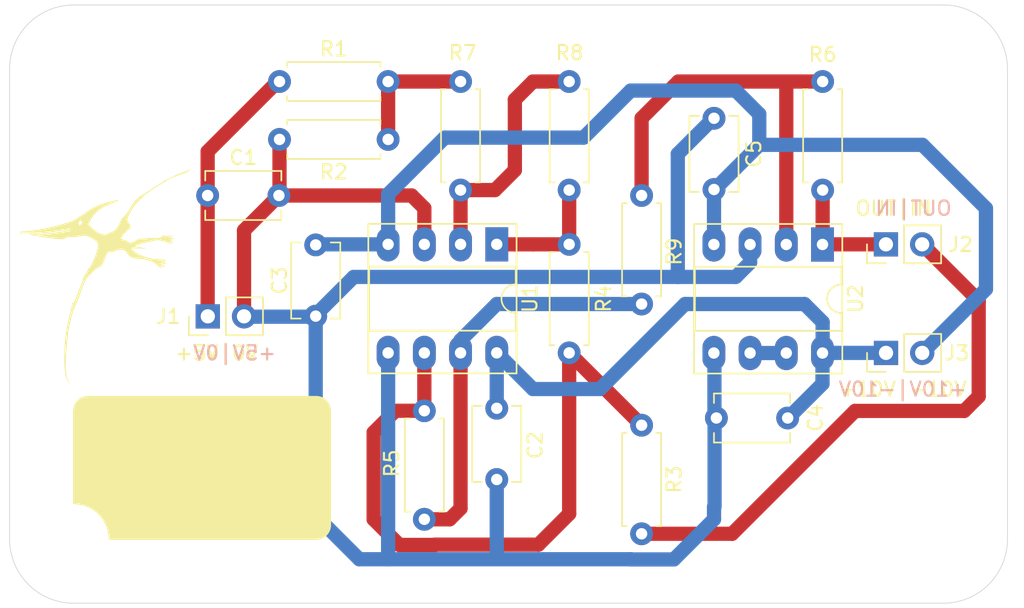
<source format=kicad_pcb>
(kicad_pcb (version 20221018) (generator pcbnew)
  (layers (0 "F.Cu" signal) (31 "B.Cu" signal) (34 "B.Paste" user) (35 "F.Paste" user) (36 "B.SilkS" user "B.Silkscreen") (37 "F.SilkS" user "F.Silkscreen") (38 "B.Mask" user) (39 "F.Mask" user) (44 "Edge.Cuts" user))
  (net 0 "")
  (net 1 "/+5V")
  (net 2 "/GND")
  (net 3 "/+10V")
  (net 4 "/-10V")
  (net 5 "/VOut")
  (net 6 "/VIn")
  (net 7 "/VBias")
  (net 8 "Net-(R5-Pad2)")
  (net 9 "Net-(U1A--)")
  (net 10 "Net-(U2B--)")
  (net 11 "Net-(U1B--)")
  (net 12 "Net-(U2A--)")
  (net 13 "Net-(R1-Pad2)")
  (footprint "Resistor_THT:R_Axial_DIN0207_L6.3mm_D2.5mm_P7.62mm_Horizontal" (layer "F.Cu") (at 234.33374 128.996981 90)
    (fp_text reference "R9")
    (fp_text value "10K")
  )
  (footprint "Capacitor_THT:C_Disc_D5.1mm_W3.2mm_P5.00mm" (layer "F.Cu") (at 224.17374 136.315981 -90)
    (fp_text reference "C2")
    (fp_text value "100nF")
  )
  (footprint "Capacitor_THT:C_Disc_D5.1mm_W3.2mm_P5.00mm" (layer "F.Cu") (at 239.41374 115.955981 -90)
    (fp_text reference "C5")
    (fp_text value "100nF")
  )
  (footprint "Resistor_THT:R_Axial_DIN0207_L6.3mm_D2.5mm_P7.62mm_Horizontal" (layer "F.Cu") (at 229.25374 113.375981 -90)
    (fp_text reference "R8")
    (fp_text value "10K")
  )
  (footprint "Resistor_THT:R_Axial_DIN0207_L6.3mm_D2.5mm_P7.62mm_Horizontal" (layer "F.Cu") (at 221.63374 113.375981 -90)
    (fp_text reference "R7")
    (fp_text value "10K")
  )
  (footprint "Resistor_THT:R_Axial_DIN0207_L6.3mm_D2.5mm_P7.62mm_Horizontal" (layer "F.Cu") (at 208.93374 113.375981)
    (fp_text reference "R1")
    (fp_text value "10K")
  )
  (footprint "Resistor_THT:R_Axial_DIN0207_L6.3mm_D2.5mm_P7.62mm_Horizontal" (layer "F.Cu") (at 247.03374 113.375981 -90)
    (fp_text reference "R6")
    (fp_text value "10K")
  )
  (footprint "Resistor_THT:R_Axial_DIN0207_L6.3mm_D2.5mm_P7.62mm_Horizontal" (layer "F.Cu") (at 216.55374 117.439981 180)
    (fp_text reference "R2")
    (fp_text value "10K")
  )
  (footprint "Capacitor_THT:C_Disc_D5.1mm_W3.2mm_P5.00mm" (layer "F.Cu") (at 211.47374 129.845981 90)
    (fp_text reference "C3")
    (fp_text value "100nF")
  )
  (footprint "Connector_PinHeader_2.54mm:PinHeader_1x02_P2.54mm_Vertical" (layer "F.Cu") (at 203.90454 129.860581 90)
    (fp_text reference "J1")
    (fp_text value "BIAS")
  )
  (footprint "Capacitor_THT:C_Disc_D5.1mm_W3.2mm_P5.00mm" (layer "F.Cu") (at 203.89374 121.376981)
    (fp_text reference "C1")
    (fp_text value "100nF")
  )
  (footprint "Package_DIP:DIP-8_W7.62mm_Socket_LongPads" (layer "F.Cu") (at 224.17374 124.805981 -90)
    (fp_text reference "U1")
    (fp_text value "TL072")
  )
  (footprint "MechanicalInterfaces:DrillHole3mm" (layer "F.Cu") (at 255.5 145.5)
    (fp_text reference "REF**" hide)
    (fp_text value "DrillHole3mm")
  )
  (footprint "Resistor_THT:R_Axial_DIN0207_L6.3mm_D2.5mm_P7.62mm_Horizontal" (layer "F.Cu") (at 219.09374 136.489981 -90)
    (fp_text reference "R5")
    (fp_text value "20K")
  )
  (footprint "MechanicalInterfaces:DrillHole3mm" (layer "F.Cu") (at 194.5 145.5)
    (fp_text reference "REF**" hide)
    (fp_text value "DrillHole3mm")
  )
  (footprint "Connector_PinHeader_2.54mm:PinHeader_1x02_P2.54mm_Vertical" (layer "F.Cu") (at 251.47874 132.425981 90)
    (fp_text reference "J3")
    (fp_text value "PWR")
  )
  (footprint "Resistor_THT:R_Axial_DIN0207_L6.3mm_D2.5mm_P7.62mm_Horizontal" (layer "F.Cu") (at 234.33374 145.125981 90)
    (fp_text reference "R3")
    (fp_text value "10K")
  )
  (footprint "MechanicalInterfaces:DrillHole3mm" (layer "F.Cu") (at 255.555 112.445)
    (fp_text reference "REF**" hide)
    (fp_text value "DrillHole3mm")
  )
  (footprint "Capacitor_THT:C_Disc_D5.1mm_W3.2mm_P5.00mm" (layer "F.Cu") (at 244.58074 136.997981 180)
    (fp_text reference "C4")
    (fp_text value "100nF")
  )
  (footprint "Connector_PinHeader_2.54mm:PinHeader_1x02_P2.54mm_Vertical" (layer "F.Cu") (at 251.47374 124.805981 90)
    (fp_text reference "J2")
    (fp_text value "IO")
  )
  (footprint "Package_DIP:DIP-8_W7.62mm_Socket_LongPads" (layer "F.Cu") (at 247.02374 124.815981 -90)
    (fp_text reference "U2")
    (fp_text value "TL072")
  )
  (footprint "MechanicalInterfaces:DrillHole3mm" (layer "F.Cu") (at 194.5 112.5)
    (fp_text reference "REF**" hide)
    (fp_text value "DrillHole3mm")
  )
  (footprint "Resistor_THT:R_Axial_DIN0207_L6.3mm_D2.5mm_P7.62mm_Horizontal" (layer "F.Cu") (at 229.25374 124.805981 -90)
    (fp_text reference "R4")
    (fp_text value "10K")
  )
  (gr_poly (pts (arc (start 196.607085 144.155667) (mid 196.639882 144.206396) (end 196.669559 144.259012)) (arc (start 196.753764 144.419451) (mid 196.780208 144.473762) (end 196.803325 144.52957)) (arc (start 196.867578 144.698992) (mid 196.887282 144.756093) (end 196.903503 144.814279)) (arc (start 196.946866 144.99021) (mid 196.959544 145.049271) (end 196.968633 145.10899)) (arc (start 196.991368 145.296231) (mid 196.996363 145.349008) (end 196.99855 145.401976)) (xy 197 145.5) (arc (start 211.5 145.5) (mid 212.207107 145.207107) (end 212.5 144.5)) (arc (start 212.5 136.5) (mid 212.207107 135.792893) (end 211.5 135.5)) (arc (start 195.5 135.5) (mid 194.792893 135.792893) (end 194.5 136.5)) (xy 194.5 143) (arc (start 194.598024 143.00145) (mid 194.650992 143.003641) (end 194.703769 143.008632)) (arc (start 194.891009 143.031367) (mid 194.950729 143.040456) (end 195.009791 143.053134)) (arc (start 195.185719 143.096497) (mid 195.243907 143.112719) (end 195.30101 143.132423)) (arc (start 195.47043 143.196676) (mid 195.526238 143.219792) (end 195.580548 143.246235)) (arc (start 195.740989 143.330441) (mid 195.793604 143.360116) (end 195.844332 143.392914)) (arc (start 195.993455 143.495847) (mid 196.042107 143.531646) (end 196.088509 143.570317)) (arc (start 196.224137 143.690472) (mid 196.268123 143.731877) (end 196.309528 143.775863)) (arc (start 196.429683 143.911491) (mid 196.468354 143.957893) (end 196.504153 144.006545))) (stroke (width 0.1)) (fill solid) (layer "F.SilkS"))
  (gr_poly (pts (xy 202.667495 119.58128) (xy 202.634164 119.607635) (xy 202.600057 119.63399) (xy 202.56516 119.659957) (xy 202.529519 119.685149) (xy 202.492699 119.710342) (xy 202.454702 119.734371) (xy 202.415185 119.758013) (xy 202.374102 119.780105) (xy 202.331469 119.801421) (xy 202.286898 119.821575) (xy 202.24039 119.840954) (xy 202.19233 119.858782) (xy 202.142721 119.876223) (xy 202.091934 119.892889) (xy 202.040402 119.909167) (xy 201.987305 119.925057) (xy 201.879931 119.957226) (xy 201.770636 119.990557) (xy 201.715988 120.008385) (xy 201.661727 120.026989) (xy 201.607483 120.046368) (xy 201.553998 120.067296) (xy 201.500901 120.089001) (xy 201.448191 120.112642) (xy 201.395852 120.13706) (xy 201.343933 120.162252) (xy 201.291999 120.188994) (xy 201.240064 120.216512) (xy 201.188516 120.244805) (xy 201.136582 120.273873) (xy 201.084259 120.304104) (xy 201.031922 120.334722) (xy 200.979227 120.366115) (xy 200.925742 120.397896) (xy 200.87187 120.430452) (xy 200.817221 120.463396) (xy 200.762186 120.496727) (xy 200.705988 120.530446) (xy 200.649015 120.564553) (xy 200.591639 120.598659) (xy 200.533518 120.633541) (xy 200.474995 120.66881) (xy 200.357172 120.740898) (xy 200.238172 120.814925) (xy 200.119574 120.890502) (xy 200.060292 120.929259) (xy 200.001381 120.968791) (xy 199.942841 121.008711) (xy 199.884705 121.049019) (xy 199.82736 121.090101) (xy 199.770387 121.13196) (xy 199.714189 121.174593) (xy 199.658766 121.217613) (xy 199.604118 121.261021) (xy 199.550633 121.305205) (xy 199.497923 121.349388) (xy 199.445973 121.394346) (xy 199.395216 121.438917) (xy 199.345591 121.483876) (xy 199.29716 121.528834) (xy 199.249876 121.573793) (xy 199.203739 121.618363) (xy 199.158781 121.662547) (xy 199.115373 121.706343) (xy 199.073143 121.750138) (xy 199.032448 121.793159) (xy 198.9929 121.835404) (xy 198.955321 121.876875) (xy 198.918889 121.91757) (xy 198.88438 121.95749) (xy 198.851048 121.996635) (xy 198.819671 122.035005) (xy 198.78944 122.071824) (xy 198.761131 122.107868) (xy 198.734017 122.143137) (xy 198.708809 122.176856) (xy 198.684779 122.209412) (xy 198.662688 122.241193) (xy 198.641759 122.271424) (xy 198.622783 122.300104) (xy 198.604955 122.32801) (xy 198.587886 122.355527) (xy 198.571624 122.382657) (xy 198.555734 122.410175) (xy 198.539827 122.438856) (xy 198.523177 122.469086) (xy 198.514263 122.485364) (xy 198.505349 122.501642) (xy 198.496032 122.518696) (xy 198.486342 122.536524) (xy 198.476265 122.555127) (xy 198.465801 122.574894) (xy 198.454561 122.595047) (xy 198.443322 122.616364) (xy 198.431695 122.638068) (xy 198.420067 122.66016) (xy 198.396425 122.706281) (xy 198.373187 122.753565) (xy 198.350707 122.802011) (xy 198.329763 122.850458) (xy 198.320073 122.874488) (xy 198.311159 122.898517) (xy 198.302648 122.922547) (xy 198.295284 122.945801) (xy 198.28868 122.969055) (xy 198.282882 122.991534) (xy 198.278603 123.014014) (xy 198.274727 123.03533) (xy 198.272805 123.056259) (xy 198.271255 123.076413) (xy 198.271255 123.095404) (xy 198.273192 123.114008) (xy 198.276277 123.131449) (xy 198.280944 123.148114) (xy 198.286742 123.164004) (xy 198.293734 123.17912) (xy 198.30147 123.194235) (xy 198.309997 123.208576) (xy 198.319298 123.222528) (xy 198.329003 123.236093) (xy 198.349932 123.263223) (xy 198.371636 123.290741) (xy 198.392953 123.318646) (xy 198.403417 123.333374) (xy 198.413107 123.348489) (xy 198.422393 123.363992) (xy 198.430919 123.380658) (xy 198.438686 123.397711) (xy 198.44605 123.414764) (xy 198.452623 123.432593) (xy 198.458452 123.450421) (xy 198.468917 123.486078) (xy 198.473164 123.503518) (xy 198.47704 123.520959) (xy 198.480157 123.537237) (xy 198.483257 123.553128) (xy 198.485567 123.568243) (xy 198.487505 123.582196) (xy 198.489458 123.595373) (xy 198.490621 123.607001) (xy 198.491784 123.617077) (xy 198.493334 123.625992) (xy 198.493334 123.639169) (xy 198.491784 123.644595) (xy 198.490233 123.649633) (xy 198.487118 123.65506) (xy 198.482482 123.660873) (xy 198.476265 123.66785) (xy 198.468917 123.675601) (xy 198.460003 123.684128) (xy 198.449538 123.693429) (xy 198.438299 123.703506) (xy 198.425896 123.713971) (xy 198.412719 123.72521) (xy 198.398751 123.736837) (xy 198.369311 123.761254) (xy 198.338305 123.786447) (xy 198.306911 123.811639) (xy 198.276277 123.836831) (xy 198.261565 123.848846) (xy 198.247613 123.860861) (xy 198.234032 123.872488) (xy 198.220854 123.883728) (xy 198.196066 123.905432) (xy 198.173199 123.92636) (xy 198.151107 123.946127) (xy 198.130565 123.965893) (xy 198.091018 124.00465) (xy 198.052276 124.043408) (xy 198.033269 124.063562) (xy 198.014666 124.08449) (xy 197.996078 124.106582) (xy 197.977846 124.129836) (xy 197.960421 124.154641) (xy 197.943368 124.181384) (xy 197.926687 124.209289) (xy 197.910812 124.238745) (xy 197.87979 124.299593) (xy 197.848785 124.359667) (xy 197.83291 124.388735) (xy 197.817019 124.416253) (xy 197.839111 124.425555) (xy 197.861202 124.434081) (xy 197.905773 124.450359) (xy 197.950344 124.4647) (xy 197.994527 124.478652) (xy 198.038711 124.49183) (xy 198.082119 124.505782) (xy 198.124737 124.52051) (xy 198.166207 124.536788) (xy 198.186748 124.54609) (xy 198.206918 124.555391) (xy 198.246837 124.576321) (xy 198.285595 124.598412) (xy 198.323965 124.622054) (xy 198.475103 124.719723) (xy 198.55612 124.68174) (xy 198.596025 124.662749) (xy 198.635186 124.643758) (xy 198.673152 124.624767) (xy 198.7096 124.606164) (xy 198.744869 124.587948) (xy 198.7782 124.570507) (xy 198.809981 124.553454) (xy 198.839809 124.537176) (xy 198.866954 124.52206) (xy 198.892907 124.506945) (xy 198.917711 124.49183) (xy 198.942143 124.475939) (xy 198.966561 124.459661) (xy 198.99135 124.441445) (xy 199.005303 124.432531) (xy 199.020045 124.425167) (xy 199.03592 124.420129) (xy 199.051826 124.41664) (xy 199.068477 124.415478) (xy 199.178176 124.413152) (xy 199.23397 124.411214) (xy 199.290943 124.408889) (xy 199.349095 124.405401) (xy 199.408781 124.40075) (xy 199.470018 124.394936) (xy 199.533565 124.387572) (xy 199.598677 124.379434) (xy 199.664951 124.370907) (xy 199.797502 124.354241) (xy 199.863001 124.346877) (xy 199.895186 124.344164) (xy 199.926967 124.341451) (xy 199.95836 124.339513) (xy 199.988978 124.337963) (xy 200.019193 124.336413) (xy 200.077345 124.336413) (xy 200.105622 124.337963) (xy 200.132768 124.339513) (xy 200.15951 124.341451) (xy 200.211832 124.34649) (xy 200.262201 124.351141) (xy 200.311051 124.355404) (xy 200.359095 124.357729) (xy 200.407169 124.357729) (xy 200.430811 124.356567) (xy 200.454454 124.354629) (xy 200.477708 124.351528) (xy 200.500575 124.347653) (xy 200.522278 124.343002) (xy 200.543207 124.337963) (xy 200.562974 124.332149) (xy 200.581562 124.325561) (xy 200.598631 124.318197) (xy 200.61373 124.310445) (xy 200.627311 124.301919) (xy 200.63855 124.293005) (xy 200.648224 124.283703) (xy 200.655975 124.274014) (xy 200.662968 124.263937) (xy 200.668766 124.253472) (xy 200.678455 124.232156) (xy 200.698237 124.219366) (xy 200.718003 124.207739) (xy 200.737382 124.196887) (xy 200.756745 124.187197) (xy 200.775364 124.179058) (xy 200.79358 124.172082) (xy 200.811005 124.166656) (xy 200.827298 124.163168) (xy 200.842414 124.16123) (xy 200.856351 124.16123) (xy 200.862568 124.16278) (xy 200.867978 124.163943) (xy 200.872644 124.165881) (xy 200.876505 124.168206) (xy 200.879217 124.170919) (xy 200.880784 124.17402) (xy 200.880784 124.177896) (xy 200.879217 124.181771) (xy 200.876505 124.186422) (xy 200.873032 124.19146) (xy 200.863343 124.201538) (xy 200.852878 124.212002) (xy 200.848228 124.216653) (xy 200.843949 124.221304) (xy 200.840476 124.225567) (xy 200.83815 124.229443) (xy 200.836988 124.232543) (xy 200.836988 124.235256) (xy 200.838538 124.237194) (xy 200.841639 124.238745) (xy 200.845499 124.239907) (xy 200.850553 124.24107) (xy 200.86218 124.24107) (xy 200.875357 124.239907) (xy 200.890845 124.237969) (xy 200.907914 124.234869) (xy 200.926517 124.231381) (xy 200.946671 124.227117) (xy 200.967972 124.222854) (xy 200.990467 124.217815) (xy 201.014109 124.213165) (xy 201.038913 124.208514) (xy 201.06409 124.204251) (xy 201.090073 124.200375) (xy 201.116815 124.196887) (xy 201.143542 124.193786) (xy 201.170301 124.191848) (xy 201.197415 124.190298) (xy 201.223785 124.189135) (xy 201.250141 124.189135) (xy 201.276092 124.190298) (xy 201.300913 124.193011) (xy 201.32533 124.196887) (xy 201.348584 124.201925) (xy 201.370288 124.208901) (xy 201.39083 124.216265) (xy 201.400131 124.220528) (xy 201.408643 124.224792) (xy 201.416782 124.229443) (xy 201.424161 124.234094) (xy 201.430734 124.238745) (xy 201.436563 124.243395) (xy 201.441586 124.248046) (xy 201.445478 124.252697) (xy 201.448191 124.257348) (xy 201.450112 124.261611) (xy 201.451275 124.266262) (xy 201.451275 124.270138) (xy 201.449725 124.274014) (xy 201.447028 124.277889) (xy 201.443152 124.281377) (xy 201.438501 124.284866) (xy 201.4323 124.287966) (xy 201.425711 124.291067) (xy 201.417945 124.294168) (xy 201.409821 124.296881) (xy 201.400519 124.299206) (xy 201.39083 124.301919) (xy 201.379977 124.304244) (xy 201.369125 124.306182) (xy 201.345096 124.310058) (xy 201.319113 124.313546) (xy 201.266031 124.31936) (xy 201.240436 124.321685) (xy 201.216422 124.324011) (xy 201.205182 124.325173) (xy 201.195105 124.326336) (xy 201.185788 124.327886) (xy 201.177262 124.329049) (xy 201.169913 124.330212) (xy 201.163696 124.331374) (xy 201.159061 124.332925) (xy 201.155961 124.334087) (xy 201.154394 124.33525) (xy 201.154394 124.3368) (xy 201.155961 124.337963) (xy 201.159061 124.339126) (xy 201.163308 124.340676) (xy 201.169138 124.342226) (xy 201.176099 124.343389) (xy 201.184253 124.34494) (xy 201.193555 124.346102) (xy 201.203632 124.347653) (xy 201.214484 124.349203) (xy 201.225724 124.350753) (xy 201.250916 124.353466) (xy 201.277271 124.356179) (xy 201.332306 124.361605) (xy 201.359436 124.363931) (xy 201.385776 124.366644) (xy 201.410596 124.369357) (xy 201.434238 124.372457) (xy 201.455554 124.375945) (xy 201.465244 124.378271) (xy 201.47453 124.380596) (xy 201.483056 124.382921) (xy 201.490823 124.385635) (xy 201.497412 124.388735) (xy 201.503614 124.391836) (xy 201.508652 124.395324) (xy 201.512915 124.3992) (xy 201.516 124.403075) (xy 201.517938 124.407339) (xy 201.519504 124.411989) (xy 201.519504 124.421291) (xy 201.517938 124.42633) (xy 201.516 124.430593) (xy 201.512915 124.434857) (xy 201.509427 124.43912) (xy 201.505148 124.442608) (xy 201.500513 124.446096) (xy 201.495071 124.449197) (xy 201.488886 124.45191) (xy 201.482297 124.454235) (xy 201.47532 124.456173) (xy 201.467569 124.458111) (xy 201.4505 124.461211) (xy 201.431525 124.463149) (xy 201.410596 124.464312) (xy 201.387729 124.465862) (xy 201.224948 124.465862) (xy 201.217584 124.467025) (xy 201.211771 124.468188) (xy 201.207104 124.469738) (xy 201.204019 124.470901) (xy 201.202469 124.472451) (xy 201.202469 124.474389) (xy 201.204019 124.476714) (xy 201.207492 124.47904) (xy 201.212158 124.48214) (xy 201.217972 124.485241) (xy 201.225336 124.488342) (xy 201.233475 124.49183) (xy 201.242374 124.495705) (xy 201.252451 124.499969) (xy 201.262915 124.504232) (xy 201.274155 124.508495) (xy 201.297797 124.518185) (xy 201.322617 124.529037) (xy 201.347034 124.540276) (xy 201.370676 124.552678) (xy 201.39238 124.565468) (xy 201.411758 124.579034) (xy 201.420673 124.585622) (xy 201.428796 124.592211) (xy 201.436176 124.5988) (xy 201.443152 124.605389) (xy 201.448966 124.611977) (xy 201.454392 124.618178) (xy 201.458655 124.62438) (xy 201.462515 124.629806) (xy 201.465244 124.635232) (xy 201.467181 124.64027) (xy 201.468732 124.644921) (xy 201.468732 124.649184) (xy 201.467181 124.65306) (xy 201.465631 124.656161) (xy 201.462903 124.658874) (xy 201.45943 124.661199) (xy 201.455166 124.662749) (xy 201.449725 124.663912) (xy 201.436951 124.663912) (xy 201.429184 124.662749) (xy 201.420673 124.661587) (xy 201.411758 124.659649) (xy 201.401682 124.657323) (xy 201.380753 124.651122) (xy 201.358274 124.644146) (xy 201.311765 124.628643) (xy 201.288898 124.621667) (xy 201.267581 124.615853) (xy 201.257892 124.613527) (xy 201.248591 124.611977) (xy 201.240064 124.610814) (xy 201.224948 124.610814) (xy 201.219119 124.611977) (xy 201.214097 124.613915) (xy 201.210205 124.616628) (xy 201.20788 124.620116) (xy 201.206345 124.623992) (xy 201.206345 124.628643) (xy 201.207492 124.633681) (xy 201.210205 124.63872) (xy 201.214484 124.643758) (xy 201.219894 124.649572) (xy 201.226498 124.654998) (xy 201.23425 124.660812) (xy 201.243149 124.666237) (xy 201.262915 124.678252) (xy 201.305564 124.701119) (xy 201.326493 124.712359) (xy 201.336181 124.717785) (xy 201.345096 124.723211) (xy 201.35322 124.728249) (xy 201.360599 124.7329) (xy 201.366412 124.737551) (xy 201.370676 124.742202) (xy 201.373761 124.746078) (xy 201.375311 124.749953) (xy 201.375311 124.753441) (xy 201.374149 124.756542) (xy 201.371838 124.759255) (xy 201.367962 124.76158) (xy 201.363296 124.763518) (xy 201.357886 124.765069) (xy 201.351282 124.766231) (xy 201.343933 124.767394) (xy 201.317191 124.767394) (xy 201.307098 124.766231) (xy 201.296634 124.765069) (xy 201.285394 124.763518) (xy 201.261768 124.759642) (xy 201.236576 124.754604) (xy 201.210608 124.748016) (xy 201.184641 124.740652) (xy 201.158286 124.732125) (xy 201.132691 124.722435) (xy 201.107514 124.711971) (xy 201.083485 124.700731) (xy 201.06023 124.689492) (xy 201.037363 124.677477) (xy 201.015271 124.66585) (xy 200.994342 124.654223) (xy 200.973414 124.643371) (xy 200.95326 124.633294) (xy 200.933478 124.623992) (xy 200.914502 124.61624) (xy 200.895511 124.609652) (xy 200.87728 124.605001) (xy 200.859079 124.6019) (xy 200.841251 124.599575) (xy 200.806369 124.596862) (xy 200.772263 124.593761) (xy 200.755194 124.591436) (xy 200.738545 124.58756) (xy 200.721491 124.582909) (xy 200.704438 124.576708) (xy 200.687384 124.569732) (xy 200.669541 124.562368) (xy 200.651341 124.555004) (xy 200.632737 124.547253) (xy 200.612955 124.540276) (xy 200.592801 124.5333) (xy 200.5715 124.527874) (xy 200.549005 124.523223) (xy 200.525363 124.519347) (xy 200.500962 124.516634) (xy 200.475382 124.515084) (xy 200.449012 124.513534) (xy 200.421897 124.513534) (xy 200.393977 124.515084) (xy 200.365311 124.516634) (xy 200.335856 124.51896) (xy 200.30561 124.522448) (xy 200.275007 124.526323) (xy 200.243613 124.530974) (xy 200.21222 124.536013) (xy 200.180051 124.541827) (xy 200.147495 124.548028) (xy 200.08122 124.561593) (xy 200.014558 124.576708) (xy 199.88007 124.608877) (xy 199.813408 124.625542) (xy 199.74752 124.641045) (xy 199.683571 124.656161) (xy 199.621156 124.669726) (xy 199.560322 124.682128) (xy 199.501008 124.69453) (xy 199.4425 124.706545) (xy 199.384364 124.719335) (xy 199.326616 124.733288) (xy 199.268464 124.748791) (xy 199.209956 124.766619) (xy 199.151045 124.786385) (xy 199.091343 124.808089) (xy 199.031286 124.831344) (xy 198.970809 124.855761) (xy 198.909975 124.880953) (xy 198.788277 124.933275) (xy 198.825856 124.946453) (xy 198.863063 124.95808) (xy 198.899898 124.968157) (xy 198.936315 124.977071) (xy 198.972359 124.98521) (xy 199.007644 124.991799) (xy 199.042525 124.998) (xy 199.077019 125.003814) (xy 199.110738 125.008852) (xy 199.144069 125.01389) (xy 199.176625 125.018929) (xy 199.208793 125.023967) (xy 199.240187 125.029781) (xy 199.27079 125.035207) (xy 199.330879 125.046834) (xy 199.359947 125.05226) (xy 199.388225 125.056911) (xy 199.416533 125.061562) (xy 199.444035 125.06505) (xy 199.471181 125.068151) (xy 199.497536 125.069701) (xy 199.523487 125.070864) (xy 199.592491 125.070864) (xy 199.594429 125.072414) (xy 199.594429 125.073577) (xy 199.592103 125.075127) (xy 199.587825 125.076677) (xy 199.581639 125.079003) (xy 199.574275 125.08094) (xy 199.565346 125.083266) (xy 199.555656 125.085592) (xy 199.544804 125.088305) (xy 199.533177 125.09063) (xy 199.509163 125.094506) (xy 199.484358 125.097606) (xy 199.459554 125.099932) (xy 199.434733 125.101094) (xy 199.383977 125.101094) (xy 199.357606 125.099932) (xy 199.329717 125.098769) (xy 199.300633 125.097219) (xy 199.269627 125.096056) (xy 199.237071 125.094893) (xy 199.20219 125.093343) (xy 198.548369 125.093343) (xy 198.580926 125.137139) (xy 198.597575 125.158843) (xy 198.615032 125.180934) (xy 198.633636 125.202638) (xy 198.653774 125.22473) (xy 198.67509 125.246822) (xy 198.697957 125.269301) (xy 198.723165 125.29178) (xy 198.73673 125.30302) (xy 198.750667 125.31426) (xy 198.76541 125.325499) (xy 198.780526 125.337126) (xy 198.796788 125.348366) (xy 198.81347 125.359993) (xy 198.83091 125.371233) (xy 198.849111 125.38286) (xy 198.868117 125.394487) (xy 198.887883 125.406502) (xy 198.92895 125.429756) (xy 198.972359 125.452623) (xy 199.017317 125.475877) (xy 199.063067 125.498356) (xy 199.109962 125.520448) (xy 199.156844 125.542152) (xy 199.203739 125.562694) (xy 199.249876 125.582847) (xy 199.295222 125.601839) (xy 199.338631 125.619667) (xy 199.359559 125.628194) (xy 199.380086 125.636333) (xy 199.40024 125.644084) (xy 199.419246 125.651448) (xy 199.437849 125.658424) (xy 199.455662 125.665401) (xy 199.472343 125.671602) (xy 199.488606 125.677416) (xy 199.503737 125.682842) (xy 199.51769 125.68788) (xy 199.530867 125.69253) (xy 199.542479 125.696406) (xy 199.553346 125.699895) (xy 199.563035 125.702995) (xy 199.57195 125.705708) (xy 199.580088 125.708034) (xy 199.594429 125.71191) (xy 199.607607 125.715398) (xy 199.621156 125.718498) (xy 199.635899 125.722374) (xy 199.64441 125.724311) (xy 199.653324 125.727025) (xy 199.663416 125.729738) (xy 199.673881 125.732451) (xy 199.685121 125.735939) (xy 199.69712 125.739427) (xy 199.7227 125.746791) (xy 199.750234 125.754542) (xy 199.780076 125.762681) (xy 199.811067 125.771208) (xy 199.843235 125.779347) (xy 199.876179 125.787099) (xy 199.909898 125.79485) (xy 199.94402 125.801439) (xy 199.977738 125.80764) (xy 200.011457 125.812678) (xy 200.044401 125.816554) (xy 200.076182 125.819267) (xy 200.107173 125.821205) (xy 200.137031 125.822368) (xy 200.164936 125.822368) (xy 200.191679 125.821205) (xy 200.21608 125.819267) (xy 200.227707 125.818104) (xy 200.238559 125.816554) (xy 200.248637 125.815004) (xy 200.258341 125.813454) (xy 200.267643 125.811515) (xy 200.275782 125.80919) (xy 200.283518 125.806865) (xy 200.29051 125.804539) (xy 200.302912 125.799114) (xy 200.313764 125.792912) (xy 200.332756 125.78051) (xy 200.343608 125.790974) (xy 200.353684 125.801051) (xy 200.357948 125.806089) (xy 200.36142 125.811128) (xy 200.364149 125.816167) (xy 200.366087 125.821205) (xy 200.367637 125.825856) (xy 200.367637 125.830894) (xy 200.366087 125.835545) (xy 200.363761 125.840196) (xy 200.357948 125.849498) (xy 200.350568 125.858799) (xy 200.460639 125.861125) (xy 200.514511 125.862675) (xy 200.56685 125.863838) (xy 200.617234 125.865388) (xy 200.642039 125.866551) (xy 200.665681 125.867714) (xy 200.688547 125.868877) (xy 200.711011 125.870427) (xy 200.732343 125.87159) (xy 200.752885 125.872752) (xy 200.772263 125.874303) (xy 200.791239 125.875465) (xy 200.809082 125.876628) (xy 200.826135 125.877791) (xy 200.842026 125.879341) (xy 200.857514 125.880891) (xy 200.87187 125.882442) (xy 200.885822 125.884379) (xy 200.898597 125.886704) (xy 200.910998 125.889418) (xy 200.922239 125.892131) (xy 200.933091 125.895232) (xy 200.953632 125.902208) (xy 200.973414 125.909572) (xy 200.971863 125.921586) (xy 200.969538 125.933213) (xy 200.966034 125.943678) (xy 200.963724 125.948329) (xy 200.961011 125.952592) (xy 200.957523 125.956468) (xy 200.953632 125.959568) (xy 200.948996 125.962281) (xy 200.943555 125.96422) (xy 200.937369 125.96577) (xy 200.93078 125.966933) (xy 200.91644 125.968095) (xy 200.9021 125.968095) (xy 200.888132 125.969646) (xy 200.881559 125.970808) (xy 200.875745 125.971971) (xy 200.870707 125.973521) (xy 200.866428 125.975459) (xy 200.862955 125.97856) (xy 200.860242 125.98166) (xy 200.855963 125.989412) (xy 200.852491 125.99755) (xy 200.848228 126.005302) (xy 200.845499 126.008402) (xy 200.841639 126.011503) (xy 200.837376 126.013829) (xy 200.832322 126.015767) (xy 200.826911 126.017317) (xy 200.82071 126.018867) (xy 200.813718 126.02003) (xy 200.790464 126.02003) (xy 200.772651 126.018867) (xy 200.753272 126.017317) (xy 200.732343 126.014991) (xy 200.689307 126.009565) (xy 200.668766 126.006852) (xy 200.64979 126.004527) (xy 200.641263 126.002976) (xy 200.633512 126.001814) (xy 200.61373 126.001814) (xy 200.61218 126.002976) (xy 200.61218 126.004527) (xy 200.613343 126.005689) (xy 200.616459 126.007628) (xy 200.620334 126.009565) (xy 200.625745 126.011503) (xy 200.631961 126.013829) (xy 200.638938 126.016542) (xy 200.654441 126.020805) (xy 200.671882 126.025069) (xy 200.689307 126.028169) (xy 200.705988 126.029719) (xy 200.720716 126.029719) (xy 200.734653 126.028557) (xy 200.747055 126.027006) (xy 200.759086 126.025456) (xy 200.770326 126.025456) (xy 200.781565 126.026618) (xy 200.792805 126.029719) (xy 200.804044 126.03437) (xy 200.814896 126.040959) (xy 200.826135 126.048323) (xy 200.8366 126.056074) (xy 200.856738 126.07274) (xy 200.866428 126.080104) (xy 200.875357 126.08708) (xy 200.884659 126.093669) (xy 200.894349 126.099095) (xy 200.904425 126.103358) (xy 200.915278 126.106847) (xy 200.927292 126.109172) (xy 200.939694 126.110334) (xy 200.966034 126.110334) (xy 200.993955 126.109172) (xy 200.985428 126.120799) (xy 200.977274 126.130876) (xy 200.969538 126.13979) (xy 200.961787 126.147541) (xy 200.954407 126.154518) (xy 200.947446 126.160331) (xy 200.94047 126.16537) (xy 200.933478 126.169633) (xy 200.926905 126.173121) (xy 200.920316 126.175834) (xy 200.907138 126.17971) (xy 200.894349 126.182036) (xy 200.881559 126.183586) (xy 200.856351 126.184749) (xy 200.843949 126.184749) (xy 200.831949 126.183586) (xy 200.82071 126.182036) (xy 200.810617 126.179323) (xy 200.801315 126.175834) (xy 200.793192 126.170795) (xy 200.776527 126.161107) (xy 200.767597 126.156843) (xy 200.756745 126.15413) (xy 200.744342 126.152192) (xy 200.730793 126.151029) (xy 200.716065 126.149479) (xy 200.700934 126.148316) (xy 200.685059 126.147154) (xy 200.668766 126.145216) (xy 200.652891 126.142115) (xy 200.637372 126.137852) (xy 200.62266 126.133976) (xy 200.616071 126.132039) (xy 200.60987 126.130876) (xy 200.604428 126.129713) (xy 200.59553 126.129713) (xy 200.592414 126.131263) (xy 200.590088 126.133589) (xy 200.588941 126.137465) (xy 200.588941 126.141727) (xy 200.590088 126.147154) (xy 200.591639 126.153355) (xy 200.593979 126.159944) (xy 200.599793 126.173509) (xy 200.607545 126.186686) (xy 200.61218 126.1925) (xy 200.616847 126.198313) (xy 200.621497 126.202576) (xy 200.626133 126.206452) (xy 200.631187 126.208778) (xy 200.635822 126.210328) (xy 200.640876 126.211491) (xy 200.645511 126.211491) (xy 200.655975 126.210328) (xy 200.666843 126.208778) (xy 200.685059 126.208778) (xy 200.69202 126.209941) (xy 200.705988 126.213429) (xy 200.720328 126.218467) (xy 200.734653 126.225056) (xy 200.748233 126.232807) (xy 200.760636 126.240946) (xy 200.771488 126.249861) (xy 200.780386 126.259162) (xy 200.786991 126.268077) (xy 200.792417 126.276603) (xy 200.797843 126.283967) (xy 200.804432 126.290556) (xy 200.80792 126.293269) (xy 200.812555 126.295594) (xy 200.817609 126.297532) (xy 200.82302 126.299082) (xy 200.835809 126.301021) (xy 200.850165 126.302571) (xy 200.865653 126.302571) (xy 200.882334 126.301021) (xy 200.917215 126.298695) (xy 200.906364 126.313035) (xy 200.895511 126.325437) (xy 200.884271 126.336289) (xy 200.87342 126.345591) (xy 200.861792 126.353342) (xy 200.849778 126.359931) (xy 200.836988 126.365357) (xy 200.823407 126.369233) (xy 200.809082 126.372334) (xy 200.79358 126.374271) (xy 200.777286 126.375822) (xy 200.761024 126.375822) (xy 200.744342 126.374271) (xy 200.727692 126.372721) (xy 200.711786 126.370008) (xy 200.696686 126.366133) (xy 200.682734 126.36187) (xy 200.669929 126.356443) (xy 200.658301 126.350629) (xy 200.648224 126.343653) (xy 200.630411 126.329701) (xy 200.613343 126.315748) (xy 200.604041 126.30916) (xy 200.594367 126.303346) (xy 200.583903 126.298307) (xy 200.572663 126.293269) (xy 200.549409 126.284742) (xy 200.525363 126.276991) (xy 200.525363 126.28668) (xy 200.526914 126.291719) (xy 200.528867 126.297145) (xy 200.532356 126.302571) (xy 200.537378 126.308384) (xy 200.544371 126.314585) (xy 200.552509 126.320787) (xy 200.562198 126.327375) (xy 200.572663 126.334352) (xy 200.58429 126.341328) (xy 200.596693 126.348304) (xy 200.623032 126.363032) (xy 200.650953 126.37776) (xy 200.645511 126.387062) (xy 200.643976 126.391325) (xy 200.642426 126.396364) (xy 200.642426 126.400626) (xy 200.643976 126.405278) (xy 200.647061 126.409928) (xy 200.651341 126.414579) (xy 200.657138 126.41923) (xy 200.663742 126.423881) (xy 200.671494 126.428144) (xy 200.680005 126.432795) (xy 200.698624 126.442097) (xy 200.718391 126.451011) (xy 200.695523 126.461088) (xy 200.684284 126.464964) (xy 200.673432 126.467677) (xy 200.66258 126.46884) (xy 200.652503 126.467677) (xy 200.642426 126.464576) (xy 200.633124 126.459538) (xy 200.614893 126.447911) (xy 200.605994 126.442872) (xy 200.597468 126.438609) (xy 200.588553 126.435896) (xy 200.579624 126.433958) (xy 200.557532 126.429694) (xy 200.54127 126.423881) (xy 200.524976 126.416905) (xy 200.508326 126.408378) (xy 200.492032 126.398301) (xy 200.47577 126.387837) (xy 200.459088 126.375822) (xy 200.442439 126.363032) (xy 200.425757 126.349467) (xy 200.408719 126.335127) (xy 200.391651 126.320011) (xy 200.356785 126.287843) (xy 200.320741 126.253737) (xy 200.283518 126.219243) (xy 200.244001 126.184749) (xy 200.22346 126.168082) (xy 200.202144 126.151805) (xy 200.180051 126.136302) (xy 200.157185 126.121187) (xy 200.133543 126.106847) (xy 200.109126 126.093669) (xy 200.080058 126.079329) (xy 200.037812 126.055686) (xy 200.016108 126.044059) (xy 199.993242 126.032044) (xy 199.969212 126.02003) (xy 199.94402 126.008015) (xy 199.91689 125.995613) (xy 199.887419 125.983598) (xy 199.871931 125.977009) (xy 199.855653 125.970808) (xy 199.8386 125.964607) (xy 199.821143 125.958406) (xy 199.784727 125.945616) (xy 199.74597 125.932826) (xy 199.705275 125.920424) (xy 199.66303 125.908409) (xy 199.619234 125.896782) (xy 199.574663 125.885542) (xy 199.528929 125.87469) (xy 199.48242 125.864613) (xy 199.435896 125.855699) (xy 199.388999 125.847172) (xy 199.342119 125.839809) (xy 199.29561 125.833607) (xy 199.249489 125.828569) (xy 199.204127 125.825081) (xy 199.159557 125.822368) (xy 199.115761 125.82043) (xy 199.072353 125.81888) (xy 199.029735 125.817717) (xy 198.987877 125.816554) (xy 198.946795 125.815391) (xy 198.906084 125.813454) (xy 198.865792 125.811128) (xy 198.826244 125.808028) (xy 198.787114 125.803376) (xy 198.748357 125.797563) (xy 198.710375 125.789812) (xy 198.672765 125.78051) (xy 198.635961 125.769658) (xy 198.599916 125.756868) (xy 198.565407 125.743303) (xy 198.532851 125.728575) (xy 198.502248 125.71346) (xy 198.487892 125.705708) (xy 198.474327 125.697957) (xy 198.461165 125.690205) (xy 198.448763 125.682066) (xy 198.437136 125.674315) (xy 198.426284 125.666951) (xy 198.416207 125.659199) (xy 198.407277 125.651835) (xy 198.399138 125.644472) (xy 198.39179 125.637495) (xy 198.385573 125.630907) (xy 198.379775 125.62393) (xy 198.370086 125.610365) (xy 198.361172 125.596025) (xy 198.351854 125.580522) (xy 198.346832 125.572383) (xy 198.34139 125.563469) (xy 198.335592 125.554167) (xy 198.328616 125.544478) (xy 198.321236 125.534013) (xy 198.313112 125.522774) (xy 198.304198 125.511534) (xy 198.294897 125.499519) (xy 198.285207 125.486729) (xy 198.274727 125.47394) (xy 198.263876 125.460762) (xy 198.252635 125.446809) (xy 198.228621 125.418517) (xy 198.203042 125.388673) (xy 198.176672 125.358055) (xy 198.148782 125.326274) (xy 198.120473 125.294106) (xy 198.062741 125.228606) (xy 197.997628 125.212328) (xy 197.964684 125.204964) (xy 197.930966 125.198375) (xy 197.896472 125.192949) (xy 197.860815 125.188298) (xy 197.82398 125.185973) (xy 197.804989 125.184423) (xy 197.786013 125.184423) (xy 197.746465 125.185973) (xy 197.706158 125.188686) (xy 197.665091 125.193725) (xy 197.624008 125.200313) (xy 197.583297 125.208452) (xy 197.543005 125.218529) (xy 197.503457 125.230156) (xy 197.465491 125.243333) (xy 197.429043 125.258061) (xy 197.393774 125.273564) (xy 197.359668 125.289842) (xy 197.325964 125.305733) (xy 197.292633 125.320848) (xy 197.259302 125.334801) (xy 197.225195 125.346428) (xy 197.208127 125.351854) (xy 197.190314 125.356117) (xy 197.17247 125.359605) (xy 197.154641 125.362706) (xy 197.136441 125.365031) (xy 197.117822 125.36697) (xy 197.080243 125.368907) (xy 197.041858 125.368907) (xy 197.002728 125.367357) (xy 196.963568 125.365031) (xy 196.883743 125.358443) (xy 196.841482 125.458049) (xy 196.819779 125.508821) (xy 196.797314 125.561144) (xy 196.77406 125.615404) (xy 196.762045 125.643309) (xy 196.749643 125.671602) (xy 196.736837 125.701057) (xy 196.724048 125.7309) (xy 196.71087 125.761519) (xy 196.696933 125.792912) (xy 196.669013 125.85725) (xy 196.640735 125.921974) (xy 196.61359 125.985536) (xy 196.600412 126.016542) (xy 196.587638 126.046772) (xy 196.575623 126.07584) (xy 196.564383 126.103746) (xy 196.554306 126.1301) (xy 196.544601 126.154905) (xy 196.536075 126.177772) (xy 196.532215 126.188236) (xy 196.528727 126.198313) (xy 196.52561 126.208003) (xy 196.522897 126.217304) (xy 196.517874 126.233583) (xy 196.513208 126.248311) (xy 196.508185 126.261875) (xy 196.502356 126.274278) (xy 196.495008 126.285905) (xy 196.486093 126.297145) (xy 196.480265 126.302958) (xy 196.474466 126.308384) (xy 196.467475 126.314198) (xy 196.459723 126.320011) (xy 196.451212 126.325825) (xy 196.442298 126.332026) (xy 196.432608 126.338228) (xy 196.422532 126.344429) (xy 196.400052 126.357218) (xy 196.376023 126.370396) (xy 196.349652 126.384349) (xy 196.32215 126.398689) (xy 196.293067 126.413804) (xy 196.263239 126.429694) (xy 196.232233 126.445973) (xy 196.20084 126.463026) (xy 196.169043 126.481241) (xy 196.137262 126.499845) (xy 196.105481 126.519611) (xy 196.074476 126.540153) (xy 196.043873 126.56147) (xy 196.01403 126.583949) (xy 195.984946 126.606815) (xy 195.956281 126.630845) (xy 195.928748 126.655262) (xy 195.901633 126.680067) (xy 195.875263 126.704871) (xy 195.849683 126.730451) (xy 195.824507 126.755644) (xy 195.800074 126.781223) (xy 195.776432 126.806028) (xy 195.753177 126.83122) (xy 195.730311 126.855637) (xy 195.708607 126.879667) (xy 195.686902 126.902921) (xy 195.665974 126.9254) (xy 195.64582 126.947105) (xy 195.626069 126.967646) (xy 195.60669 126.9878) (xy 195.587684 127.006791) (xy 195.569483 127.025007) (xy 195.533424 127.061438) (xy 195.498542 127.098258) (xy 195.481117 127.117637) (xy 195.464048 127.13779) (xy 195.446995 127.15872) (xy 195.42957 127.181199) (xy 195.412501 127.205228) (xy 195.395076 127.230808) (xy 195.377619 127.258713) (xy 195.360194 127.288169) (xy 195.34235 127.319562) (xy 195.324134 127.352894) (xy 195.306321 127.387775) (xy 195.28809 127.424207) (xy 195.269486 127.461801) (xy 195.251286 127.500947) (xy 195.233054 127.541642) (xy 195.214451 127.583112) (xy 195.195863 127.626132) (xy 195.177631 127.669928) (xy 195.159028 127.714499) (xy 195.140828 127.759845) (xy 195.122209 127.806354) (xy 195.103993 127.852862) (xy 195.067948 127.948205) (xy 195.03192 128.044711) (xy 194.996651 128.141605) (xy 194.962141 128.238498) (xy 194.928422 128.334228) (xy 194.91216 128.381512) (xy 194.895866 128.428021) (xy 194.879588 128.474142) (xy 194.864101 128.519488) (xy 194.848582 128.564059) (xy 194.833482 128.60708) (xy 194.818351 128.649325) (xy 194.804011 128.690408) (xy 194.789686 128.730328) (xy 194.775734 128.76831) (xy 194.762153 128.80513) (xy 194.748588 128.840399) (xy 194.735814 128.87373) (xy 194.723412 128.905123) (xy 194.711009 128.934579) (xy 194.699382 128.961709) (xy 194.687755 128.987289) (xy 194.676903 129.010155) (xy 194.666438 129.030697) (xy 194.655974 129.049688) (xy 194.645897 129.067128) (xy 194.636208 129.083795) (xy 194.616426 129.116738) (xy 194.606349 129.134179) (xy 194.595885 129.152782) (xy 194.58542 129.172936) (xy 194.58001 129.184176) (xy 194.574568 129.195803) (xy 194.56877 129.208205) (xy 194.563328 129.221383) (xy 194.55753 129.234947) (xy 194.551314 129.249675) (xy 194.545128 129.264791) (xy 194.538911 129.281069) (xy 194.532323 129.297735) (xy 194.526137 129.315176) (xy 194.519533 129.333391) (xy 194.512572 129.352382) (xy 194.505968 129.371761) (xy 194.498991 129.391527) (xy 194.485039 129.432997) (xy 194.471101 129.477181) (xy 194.456374 129.522914) (xy 194.442018 129.570199) (xy 194.426918 129.619808) (xy 194.412191 129.67058) (xy 194.39706 129.722514) (xy 194.382347 129.776) (xy 194.367217 129.83026) (xy 194.352489 129.885683) (xy 194.323033 129.997691) (xy 194.294368 130.111638) (xy 194.266448 130.225972) (xy 194.24048 130.338756) (xy 194.228093 130.394566) (xy 194.216078 130.449601) (xy 194.204451 130.503474) (xy 194.193599 130.556572) (xy 194.183135 130.608894) (xy 194.173446 130.660441) (xy 194.163741 130.711213) (xy 194.154826 130.76121) (xy 194.145912 130.81082) (xy 194.137789 130.859654) (xy 194.130022 130.907712) (xy 194.122658 130.955384) (xy 194.108318 131.049564) (xy 194.095543 131.141806) (xy 194.083916 131.233275) (xy 194.072677 131.324354) (xy 194.062212 131.414658) (xy 194.052507 131.505351) (xy 194.043205 131.596818) (xy 194.034291 131.688672) (xy 194.025377 131.78169) (xy 194.016866 131.875095) (xy 194.008712 131.969276) (xy 193.992821 132.158798) (xy 193.978868 132.348321) (xy 193.966078 132.537458) (xy 193.960668 132.631249) (xy 193.955614 132.724267) (xy 193.950979 132.816509) (xy 193.947087 132.90759) (xy 193.943987 132.998281) (xy 193.941677 133.087811) (xy 193.940127 133.176564) (xy 193.940127 133.35136) (xy 193.941677 133.437013) (xy 193.944762 133.521893) (xy 193.949025 133.605608) (xy 193.954451 133.688549) (xy 193.961831 133.770327) (xy 193.966078 133.811022) (xy 193.971117 133.85133) (xy 193.976543 133.891637) (xy 193.98276 133.931945) (xy 193.990108 133.972252) (xy 193.998247 134.012947) (xy 194.007177 134.053643) (xy 194.017253 134.094338) (xy 194.028493 134.135033) (xy 194.040896 134.176503) (xy 194.054445 134.217974) (xy 194.069173 134.259444) (xy 194.085839 134.302077) (xy 194.103682 134.34471) (xy 194.122658 134.38773) (xy 194.143975 134.431526) (xy 194.166454 134.475709) (xy 194.190871 134.520669) (xy 194.217241 134.566402) (xy 194.245519 134.612911) (xy 194.216078 134.580742) (xy 194.187383 134.547023) (xy 194.15988 134.512141) (xy 194.13351 134.475322) (xy 194.10793 134.436177) (xy 194.095543 134.416412) (xy 194.083529 134.395482) (xy 194.071514 134.374166) (xy 194.059887 134.352462) (xy 194.048647 134.329594) (xy 194.037795 134.306727) (xy 194.026943 134.282699) (xy 194.016479 134.258281) (xy 194.006014 134.233089) (xy 193.995937 134.206734) (xy 193.98662 134.179991) (xy 193.977318 134.152474) (xy 193.968016 134.124181) (xy 193.95949 134.094725) (xy 193.950979 134.064494) (xy 193.942824 134.033489) (xy 193.935073 134.00132) (xy 193.927337 133.968765) (xy 193.920345 133.934658) (xy 193.913369 133.899777) (xy 193.906795 133.863732) (xy 193.900579 133.826912) (xy 193.894781 133.788931) (xy 193.888952 133.749785) (xy 193.883928 133.709865) (xy 193.878874 133.66917) (xy 193.874239 133.627313) (xy 193.869961 133.584679) (xy 193.865697 133.540884) (xy 193.861837 133.4967) (xy 193.858333 133.451742) (xy 193.855233 133.406008) (xy 193.852147 133.3595) (xy 193.849807 133.312216) (xy 193.847093 133.264544) (xy 193.845156 133.216098) (xy 193.841683 133.117655) (xy 193.839358 133.017273) (xy 193.837792 132.91534) (xy 193.837792 132.707214) (xy 193.838955 132.601795) (xy 193.841296 132.4956) (xy 193.84438 132.389016) (xy 193.847869 132.282435) (xy 193.852535 132.176239) (xy 193.857946 132.070044) (xy 193.863775 131.965011) (xy 193.870348 131.861142) (xy 193.877712 131.758048) (xy 193.885866 131.656891) (xy 193.894393 131.557673) (xy 193.903292 131.460391) (xy 193.907958 131.412333) (xy 193.912593 131.365437) (xy 193.917647 131.318928) (xy 193.92267 131.273195) (xy 193.928112 131.227847) (xy 193.933135 131.183665) (xy 193.938576 131.140257) (xy 193.943987 131.097624) (xy 193.949428 131.055765) (xy 193.955227 131.014683) (xy 193.961055 130.974763) (xy 193.966854 130.935618) (xy 193.972683 130.897248) (xy 193.978481 130.859654) (xy 193.98431 130.822835) (xy 193.990495 130.78679) (xy 193.996712 130.751521) (xy 194.00251 130.716639) (xy 194.009099 130.68292) (xy 194.015316 130.649589) (xy 194.021501 130.617033) (xy 194.027718 130.584865) (xy 194.040508 130.522853) (xy 194.053282 130.463167) (xy 194.066072 130.405031) (xy 194.078475 130.34922) (xy 194.091265 130.295348) (xy 194.103682 130.242638) (xy 194.116085 130.191865) (xy 194.1281 130.141869) (xy 194.140114 130.093034) (xy 194.151726 130.045363) (xy 194.162965 129.998079) (xy 194.173818 129.95157) (xy 194.184298 129.905837) (xy 194.194762 129.860491) (xy 194.204839 129.816307) (xy 194.214916 129.772899) (xy 194.22538 129.731041) (xy 194.235442 129.690346) (xy 194.245519 129.651201) (xy 194.256371 129.613994) (xy 194.266835 129.578725) (xy 194.278462 129.545393) (xy 194.29009 129.514) (xy 194.296291 129.499272) (xy 194.302895 129.48532) (xy 194.309081 129.471755) (xy 194.315297 129.459353) (xy 194.321095 129.447725) (xy 194.326537 129.437261) (xy 194.33156 129.427959) (xy 194.335451 129.420208) (xy 194.338552 129.414007) (xy 194.340862 129.409355) (xy 194.342024 129.406642) (xy 194.342024 129.40548) (xy 194.340086 129.406642) (xy 194.337001 129.409355) (xy 194.332335 129.412844) (xy 194.326925 129.417107) (xy 194.320708 129.42137) (xy 194.313747 129.425634) (xy 194.306755 129.428347) (xy 194.299391 129.430285) (xy 194.291655 129.430285) (xy 194.284664 129.429122) (xy 194.277687 129.426796) (xy 194.271502 129.423696) (xy 194.265673 129.419433) (xy 194.261037 129.414394) (xy 194.257533 129.408968) (xy 194.255208 129.402767) (xy 194.254045 129.395791) (xy 194.254045 129.388814) (xy 194.255208 129.381063) (xy 194.257936 129.372924) (xy 194.261797 129.364397) (xy 194.266448 129.355483) (xy 194.272664 129.346181) (xy 194.279625 129.336879) (xy 194.287764 129.32719) (xy 194.296678 129.317113) (xy 194.306755 129.307037) (xy 194.31722 129.296959) (xy 194.339311 129.276806) (xy 194.361015 129.258202) (xy 194.371108 129.249675) (xy 194.38041 129.241536) (xy 194.388145 129.234173) (xy 194.394734 129.227972) (xy 194.399385 129.222546) (xy 194.402501 129.218282) (xy 194.402501 129.213631) (xy 194.400935 129.212468) (xy 194.397447 129.211306) (xy 194.391649 129.211306) (xy 194.384657 129.212468) (xy 194.376906 129.213631) (xy 194.35948 129.216344) (xy 194.350939 129.217507) (xy 194.335063 129.217507) (xy 194.328459 129.216344) (xy 194.323033 129.214407) (xy 194.31877 129.211306) (xy 194.315685 129.20743) (xy 194.314522 129.202004) (xy 194.314522 129.195803) (xy 194.31646 129.188826) (xy 194.319545 129.181075) (xy 194.323421 129.172936) (xy 194.328847 129.16441) (xy 194.334273 129.155883) (xy 194.347078 129.14038) (xy 194.353264 129.133791) (xy 194.359868 129.127977) (xy 194.366054 129.123327) (xy 194.371883 129.119451) (xy 194.383882 129.11325) (xy 194.395897 129.107049) (xy 194.402501 129.102785) (xy 194.409462 129.098135) (xy 194.416438 129.091933) (xy 194.424205 129.084957) (xy 194.439693 129.068291) (xy 194.446684 129.059765) (xy 194.453258 129.050851) (xy 194.459087 129.043099) (xy 194.463335 129.035347) (xy 194.466435 129.029146) (xy 194.467614 129.024108) (xy 194.467614 129.02062) (xy 194.466435 129.019457) (xy 194.460234 129.019457) (xy 194.454033 129.02062) (xy 194.446684 129.022558) (xy 194.43853 129.024496) (xy 194.420702 129.027984) (xy 194.411787 129.027984) (xy 194.403276 129.026433) (xy 194.395509 129.024108) (xy 194.388145 129.021007) (xy 194.38196 129.016357) (xy 194.376131 129.011318) (xy 194.371108 129.005505) (xy 194.367217 128.998916) (xy 194.364116 128.992327) (xy 194.362178 128.985351) (xy 194.361015 128.978762) (xy 194.361015 128.972173) (xy 194.362178 128.965972) (xy 194.364503 128.960546) (xy 194.367604 128.955508) (xy 194.371883 128.951632) (xy 194.377294 128.948531) (xy 194.383882 128.946206) (xy 194.390874 128.945043) (xy 194.39861 128.943881) (xy 194.416066 128.94233) (xy 194.425756 128.941168) (xy 194.435445 128.939617) (xy 194.445134 128.937292) (xy 194.455196 128.933803) (xy 194.465273 128.929153) (xy 194.475349 128.922951) (xy 194.485039 128.9152) (xy 194.494728 128.905898) (xy 194.504417 128.895046) (xy 194.513735 128.883032) (xy 194.523424 128.869467) (xy 194.532323 128.855126) (xy 194.541624 128.839623) (xy 194.550539 128.822958) (xy 194.559453 128.805517) (xy 194.567995 128.787301) (xy 194.576894 128.767923) (xy 194.58542 128.748156) (xy 194.602489 128.706686) (xy 194.619139 128.663278) (xy 194.63582 128.618707) (xy 194.667989 128.52879) (xy 194.683864 128.484219) (xy 194.699382 128.440423) (xy 194.73076 128.354769) (xy 194.762153 128.271054) (xy 194.793547 128.188888) (xy 194.825328 128.107111) (xy 194.858272 128.026107) (xy 194.892378 127.94433) (xy 194.927259 127.862552) (xy 194.962529 127.781549) (xy 194.979582 127.741629) (xy 194.996263 127.702484) (xy 195.012138 127.664114) (xy 195.027641 127.62652) (xy 195.041996 127.590088) (xy 195.055546 127.555207) (xy 195.067948 127.521488) (xy 195.079188 127.489319) (xy 195.088878 127.458313) (xy 195.097807 127.428857) (xy 195.105931 127.400565) (xy 195.113295 127.37266) (xy 195.140828 127.264527) (xy 195.156315 127.208716) (xy 195.164857 127.180811) (xy 195.173771 127.153294) (xy 195.183058 127.126551) (xy 195.192747 127.100971) (xy 195.202824 127.076942) (xy 195.213676 127.054849) (xy 195.224528 127.035083) (xy 195.235767 127.016868) (xy 195.247782 126.999814) (xy 195.260975 126.982761) (xy 195.27454 126.964545) (xy 195.281889 126.955244) (xy 195.28964 126.945166) (xy 195.297795 126.934315) (xy 195.305934 126.923075) (xy 195.314833 126.910672) (xy 195.323747 126.897495) (xy 195.333048 126.883543) (xy 195.342738 126.868815) (xy 195.362519 126.838196) (xy 195.382286 126.806028) (xy 195.402037 126.773084) (xy 195.42064 126.74014) (xy 195.438096 126.707584) (xy 195.44622 126.691694) (xy 195.453971 126.676579) (xy 195.461351 126.661851) (xy 195.467536 126.647511) (xy 195.473753 126.634333) (xy 195.478776 126.621543) (xy 195.483055 126.609916) (xy 195.486527 126.599064) (xy 195.489628 126.588987) (xy 195.492357 126.579685) (xy 195.494294 126.571158) (xy 195.496604 126.563407) (xy 195.500867 126.549842) (xy 195.503596 126.543641) (xy 195.506697 126.538215) (xy 195.510557 126.532789) (xy 195.515223 126.52775) (xy 195.526075 126.518449) (xy 195.538865 126.509147) (xy 195.552802 126.49907) (xy 195.566755 126.487443) (xy 195.580723 126.473878) (xy 195.594676 126.457987) (xy 195.608613 126.439772) (xy 195.615605 126.429694) (xy 195.622565 126.41923) (xy 195.629542 126.407991) (xy 195.636921 126.396364) (xy 195.644657 126.383961) (xy 195.652409 126.371171) (xy 195.660176 126.357218) (xy 195.668314 126.342878) (xy 195.676826 126.32815) (xy 195.685352 126.31226) (xy 195.694282 126.296369) (xy 195.703584 126.279316) (xy 195.713273 126.261875) (xy 195.722947 126.243659) (xy 195.742713 126.206065) (xy 195.763642 126.166145) (xy 195.784958 126.124674) (xy 195.806662 126.081266) (xy 195.828754 126.036696) (xy 195.850846 125.990575) (xy 195.872938 125.943678) (xy 195.894642 125.896006) (xy 195.916346 125.84756) (xy 195.937662 125.798338) (xy 195.958219 125.749116) (xy 195.977985 125.699507) (xy 195.996961 125.650285) (xy 196.015177 125.601064) (xy 196.032633 125.551454) (xy 196.049671 125.502232) (xy 196.065964 125.453011) (xy 196.096955 125.354567) (xy 196.126023 125.256124) (xy 196.153943 125.15768) (xy 196.207413 124.960405) (xy 196.205475 124.906533) (xy 196.204312 124.880565) (xy 196.202762 124.854986) (xy 196.20084 124.830569) (xy 196.198514 124.807314) (xy 196.195398 124.785222) (xy 196.19191 124.764293) (xy 196.187275 124.745302) (xy 196.181446 124.726699) (xy 196.173307 124.708871) (xy 196.168671 124.699956) (xy 196.162842 124.691042) (xy 196.156656 124.68174) (xy 196.149665 124.672051) (xy 196.141525 124.662362) (xy 196.132627 124.652285) (xy 196.122938 124.64182) (xy 196.111698 124.630968) (xy 196.099683 124.619341) (xy 196.08649 124.607327) (xy 196.072538 124.594924) (xy 196.057438 124.582134) (xy 196.041532 124.569344) (xy 196.024882 124.556167) (xy 196.007425 124.542602) (xy 195.989225 124.528649) (xy 195.970234 124.515084) (xy 195.950452 124.501131) (xy 195.909757 124.472838) (xy 195.866752 124.444546) (xy 195.821778 124.417028) (xy 195.775657 124.389898) (xy 195.72876 124.363543) (xy 195.681104 124.338738) (xy 195.633417 124.315484) (xy 195.585746 124.294168) (xy 195.56212 124.284478) (xy 195.538478 124.275176) (xy 195.515223 124.26665) (xy 195.492357 124.258511) (xy 195.469474 124.251534) (xy 195.446995 124.244946) (xy 195.424516 124.238745) (xy 195.402424 124.233706) (xy 195.38072 124.228668) (xy 195.359016 124.224792) (xy 195.316011 124.218203) (xy 195.274153 124.213552) (xy 195.232667 124.210839) (xy 195.191584 124.209677) (xy 195.150904 124.210839) (xy 195.110597 124.213165) (xy 195.070661 124.216653) (xy 195.030369 124.221304) (xy 194.990434 124.22673) (xy 194.950514 124.233319) (xy 194.910222 124.240295) (xy 194.749364 124.2713) (xy 194.669152 124.286028) (xy 194.629216 124.292617) (xy 194.589699 124.298043) (xy 194.550539 124.302694) (xy 194.511006 124.306182) (xy 194.472636 124.30812) (xy 194.433879 124.30812) (xy 194.395897 124.306957) (xy 194.358705 124.305019) (xy 194.322258 124.302306) (xy 194.286601 124.299593) (xy 194.25172 124.296881) (xy 194.218001 124.294943) (xy 194.185832 124.29378) (xy 194.154826 124.294943) (xy 194.140114 124.296493) (xy 194.125371 124.298043) (xy 194.111418 124.299981) (xy 194.097853 124.302694) (xy 194.084691 124.306182) (xy 194.071902 124.310445) (xy 194.047081 124.320135) (xy 194.023439 124.331762) (xy 194.000573 124.344552) (xy 193.955227 124.371682) (xy 193.931584 124.384859) (xy 193.907183 124.397262) (xy 193.8812 124.408114) (xy 193.853698 124.417416) (xy 193.824614 124.425167) (xy 193.793996 124.431756) (xy 193.761827 124.436407) (xy 193.727721 124.440282) (xy 193.692452 124.442608) (xy 193.65526 124.444158) (xy 193.576583 124.444158) (xy 193.535097 124.442995) (xy 193.491689 124.441057) (xy 193.447118 124.438732) (xy 193.400625 124.435632) (xy 193.352938 124.432143) (xy 193.303716 124.42788) (xy 193.253332 124.423617) (xy 193.201412 124.418191) (xy 193.147927 124.412377) (xy 193.093264 124.406564) (xy 193.037082 124.399975) (xy 192.979721 124.392998) (xy 192.921182 124.385247) (xy 192.861511 124.377496) (xy 192.800259 124.369357) (xy 192.738263 124.360442) (xy 192.675073 124.351528) (xy 192.610348 124.342226) (xy 192.544848 124.332537) (xy 192.478186 124.322848) (xy 192.343326 124.302306) (xy 192.208838 124.28099) (xy 192.142175 124.270525) (xy 192.076676 124.259673) (xy 192.012338 124.249209) (xy 191.949924 124.238357) (xy 191.889865 124.227892) (xy 191.860394 124.222466) (xy 191.832102 124.217428) (xy 191.803809 124.212389) (xy 191.776679 124.207351) (xy 191.750324 124.202313) (xy 191.724759 124.197274) (xy 191.699939 124.192236) (xy 191.676297 124.187585) (xy 191.65343 124.182547) (xy 191.631726 124.177896) (xy 191.610797 124.173632) (xy 191.591031 124.168981) (xy 191.572428 124.164718) (xy 191.554987 124.160067) (xy 191.538724 124.156191) (xy 191.523593 124.152316) (xy 191.510028 124.148052) (xy 191.497239 124.144564) (xy 191.485611 124.140689) (xy 191.474759 124.1372) (xy 191.454993 124.129836) (xy 191.418174 124.115884) (xy 191.398795 124.10852) (xy 191.387943 124.105032) (xy 191.376703 124.101156) (xy 191.427878 124.102319) (xy 191.478247 124.103481) (xy 191.527097 124.105032) (xy 191.574753 124.106194) (xy 191.621262 124.107357) (xy 191.666995 124.10852) (xy 191.711954 124.11007) (xy 191.756137 124.111233) (xy 191.842954 124.112396) (xy 191.928607 124.112396) (xy 192.014261 124.111233) (xy 192.100318 124.107745) (xy 192.144113 124.105419) (xy 192.187909 124.102706) (xy 192.232867 124.099606) (xy 192.277811 124.096118) (xy 192.323157 124.091854) (xy 192.369278 124.087591) (xy 192.415786 124.082553) (xy 192.463086 124.077514) (xy 192.510354 124.072088) (xy 192.558801 124.066275) (xy 192.607263 124.060461) (xy 192.656469 124.05426) (xy 192.706482 124.048058) (xy 192.756851 124.04147) (xy 192.80801 124.034881) (xy 192.859573 124.027905) (xy 192.91188 124.020928) (xy 192.96459 124.013952) (xy 193.071948 123.999612) (xy 193.289004 123.969769) (xy 193.397121 123.954654) (xy 193.503704 123.938763) (xy 193.556042 123.930624) (xy 193.607573 123.922485) (xy 193.658345 123.914346) (xy 193.708358 123.905819) (xy 193.756789 123.89768) (xy 193.804461 123.888766) (xy 193.850597 123.880239) (xy 193.895168 123.871325) (xy 193.938576 123.862411) (xy 193.980419 123.853497) (xy 194.020339 123.844583) (xy 194.059096 123.836056) (xy 194.095931 123.827917) (xy 194.131184 123.819778) (xy 194.164516 123.812802) (xy 194.196297 123.805826) (xy 194.226155 123.800012) (xy 194.254433 123.794586) (xy 194.280416 123.790322) (xy 194.355589 123.747302) (xy 194.30598 123.751953) (xy 194.255208 123.757766) (xy 194.202901 123.763967) (xy 194.149028 123.770944) (xy 194.093993 123.778308) (xy 194.037407 123.786447) (xy 193.979644 123.795361) (xy 193.920733 123.804275) (xy 193.860271 123.813577) (xy 193.798662 123.823654) (xy 193.736248 123.833343) (xy 193.672298 123.843807) (xy 193.607186 123.854272) (xy 193.540911 123.864737) (xy 193.473861 123.875588) (xy 193.405648 123.886441) (xy 193.33666 123.897292) (xy 193.266525 123.908145) (xy 193.195196 123.918609) (xy 193.123123 123.929461) (xy 193.050243 123.939926) (xy 192.976605 123.950003) (xy 192.827792 123.969381) (xy 192.678173 123.987597) (xy 192.529361 124.004263) (xy 192.455706 124.012014) (xy 192.382843 124.019378) (xy 192.311142 124.025967) (xy 192.240216 124.032168) (xy 192.171228 124.037594) (xy 192.103403 124.042632) (xy 192.037515 124.046896) (xy 191.973178 124.050384) (xy 191.911569 124.053485) (xy 191.881323 124.054647) (xy 191.851868 124.05581) (xy 191.823203 124.056973) (xy 191.640641 124.056973) (xy 191.594519 124.055422) (xy 191.550724 124.053485) (xy 191.508478 124.050772) (xy 191.467783 124.047671) (xy 191.427878 124.04457) (xy 191.389106 124.04147) (xy 191.312754 124.035269) (xy 191.274384 124.032556) (xy 191.235239 124.029843) (xy 191.195722 124.027905) (xy 191.155399 124.026742) (xy 191.113929 124.025579) (xy 190.987208 124.025579) (xy 190.900376 124.026742) (xy 190.725968 124.03023) (xy 190.721333 124.029068) (xy 190.717442 124.026742) (xy 190.714341 124.022866) (xy 190.712791 124.018603) (xy 190.712791 124.013952) (xy 190.72172 123.967443) (xy 190.725193 123.955816) (xy 190.731007 123.944577) (xy 190.738758 123.9345) (xy 190.747672 123.92636) (xy 190.758524 123.919772) (xy 190.770152 123.915509) (xy 190.782554 123.913571) (xy 190.86782 123.907369) (xy 190.951923 123.900781) (xy 191.035639 123.893805) (xy 191.118208 123.886441) (xy 191.19997 123.878689) (xy 191.280973 123.870162) (xy 191.361603 123.861636) (xy 191.44104 123.852334) (xy 191.519718 123.843032) (xy 191.598008 123.833343) (xy 191.675522 123.822879) (xy 191.752261 123.812414) (xy 191.828613 123.801175) (xy 191.90419 123.789935) (xy 191.979395 123.77792) (xy 192.053793 123.765905) (xy 192.12782 123.753503) (xy 192.201071 123.740326) (xy 192.346798 123.713583) (xy 192.4902 123.685678) (xy 192.632052 123.656222) (xy 192.772757 123.625216) (xy 192.91188 123.593435) (xy 193.050243 123.560104) (xy 193.187444 123.525998) (xy 193.323885 123.490341) (xy 193.459521 123.454297) (xy 193.593621 123.416702) (xy 193.659508 123.398099) (xy 193.725008 123.379108) (xy 193.789345 123.359729) (xy 193.795832 123.357791) (xy 194.858659 123.357791) (xy 194.860985 123.375232) (xy 194.86331 123.392285) (xy 194.866039 123.407788) (xy 194.869899 123.422128) (xy 194.874162 123.434531) (xy 194.879588 123.444995) (xy 194.885402 123.453522) (xy 194.892378 123.459335) (xy 194.899757 123.462823) (xy 194.907896 123.462823) (xy 194.916408 123.460498) (xy 194.925709 123.457397) (xy 194.935011 123.452746) (xy 194.945103 123.446158) (xy 194.965645 123.430267) (xy 194.986961 123.411276) (xy 195.00789 123.390735) (xy 195.028029 123.369806) (xy 195.046632 123.349265) (xy 195.06215 123.327948) (xy 195.074165 123.305856) (xy 195.078413 123.295004) (xy 195.081126 123.283765) (xy 195.083451 123.272138) (xy 195.083451 123.260898) (xy 195.081126 123.248883) (xy 195.077638 123.237256) (xy 195.07339 123.225241) (xy 195.067561 123.214002) (xy 195.060972 123.203149) (xy 195.052849 123.192297) (xy 195.034617 123.173306) (xy 195.024928 123.165167) (xy 195.014076 123.158191) (xy 195.003612 123.152377) (xy 194.992759 123.147727) (xy 194.981132 123.145013) (xy 194.969505 123.145401) (xy 194.958653 123.145401) (xy 194.947801 123.147727) (xy 194.937336 123.151215) (xy 194.927259 123.155866) (xy 194.91757 123.162454) (xy 194.908671 123.170206) (xy 194.900145 123.179508) (xy 194.891991 123.190359) (xy 194.885014 123.202762) (xy 194.878441 123.216327) (xy 194.872999 123.23183) (xy 194.868348 123.248108) (xy 194.86176 123.283765) (xy 194.858659 123.320972) (xy 194.858659 123.357791) (xy 193.795832 123.357791) (xy 193.852923 123.340738) (xy 193.915306 123.321359) (xy 193.976155 123.302368) (xy 194.035842 123.282989) (xy 194.093993 123.263611) (xy 194.150579 123.24462) (xy 194.205227 123.225629) (xy 194.258324 123.206638) (xy 194.309081 123.188034) (xy 194.35793 123.169431) (xy 194.404439 123.151215) (xy 194.426918 123.141913) (xy 194.448622 123.132999) (xy 194.469939 123.123697) (xy 194.49048 123.114783) (xy 194.510619 123.106256) (xy 194.52961 123.097342) (xy 194.548229 123.088815) (xy 194.566041 123.080289) (xy 194.583095 123.071762) (xy 194.599776 123.063236) (xy 194.615263 123.054709) (xy 194.630379 123.04657) (xy 194.644347 123.038431) (xy 194.657912 123.030679) (xy 194.670298 123.02254) (xy 194.681926 123.014789) (xy 194.693166 123.007038) (xy 194.70363 122.999286) (xy 194.713335 122.991922) (xy 194.722249 122.984946) (xy 194.738899 122.970606) (xy 194.75403 122.957428) (xy 194.767595 122.945026) (xy 194.780369 122.933786) (xy 194.792384 122.923322) (xy 194.804787 122.913632) (xy 194.817576 122.905494) (xy 194.831157 122.898517) (xy 194.845109 122.891928) (xy 194.860209 122.88534) (xy 194.876503 122.879138) (xy 194.893928 122.871775) (xy 194.912919 122.863636) (xy 194.933089 122.853946) (xy 194.943941 122.84852) (xy 194.95518 122.842319) (xy 194.96642 122.83573) (xy 194.978419 122.828754) (xy 194.990821 122.821003) (xy 195.003612 122.812476) (xy 195.016789 122.803949) (xy 195.030369 122.794647) (xy 195.044322 122.784958) (xy 195.059034 122.774881) (xy 195.088878 122.753177) (xy 195.120674 122.729923) (xy 195.153617 122.705118) (xy 195.188096 122.679151) (xy 195.22414 122.652021) (xy 195.261751 122.623728) (xy 195.300492 122.59466) (xy 195.340815 122.564817) (xy 195.382673 122.534199) (xy 195.425291 122.503193) (xy 195.469474 122.472187) (xy 195.515223 122.440793) (xy 195.561732 122.409012) (xy 195.609388 122.377619) (xy 195.658625 122.346613) (xy 195.708607 122.315995) (xy 195.759782 122.285764) (xy 195.812104 122.256309) (xy 195.865186 122.227241) (xy 195.919446 122.199335) (xy 195.974869 122.171818) (xy 196.03068 122.145075) (xy 196.087669 122.119108) (xy 196.145804 122.093528) (xy 196.204312 122.068723) (xy 196.263627 122.044694) (xy 196.323685 122.021439) (xy 196.384549 121.998573) (xy 196.446158 121.976481) (xy 196.508185 121.955164) (xy 196.570956 121.934236) (xy 196.634131 121.914082) (xy 196.698096 121.894316) (xy 196.762045 121.875324) (xy 196.82677 121.857108) (xy 196.891883 121.83928) (xy 196.957382 121.821839) (xy 197.023254 121.805174) (xy 197.089142 121.789283) (xy 197.155417 121.77378) (xy 197.222095 121.758665) (xy 197.355808 121.730372) (xy 197.489907 121.704405) (xy 197.62438 121.680375) (xy 197.62438 121.726884) (xy 197.605777 121.730372) (xy 197.587963 121.735798) (xy 197.570895 121.74355) (xy 197.55502 121.753239) (xy 197.540276 121.764479) (xy 197.526712 121.777656) (xy 197.515084 121.791996) (xy 197.505007 121.807887) (xy 197.496868 121.824552) (xy 197.385248 121.866023) (xy 197.275565 121.907105) (xy 197.167446 121.947801) (xy 197.061639 121.988883) (xy 197.009689 122.009812) (xy 196.958158 122.030741) (xy 196.906998 122.052058) (xy 196.856598 122.073762) (xy 196.807004 122.095853) (xy 196.757767 122.118333) (xy 196.709707 122.141199) (xy 196.661664 122.164842) (xy 196.614752 122.189259) (xy 196.568243 122.214063) (xy 196.522897 122.239643) (xy 196.477939 122.265998) (xy 196.433756 122.293128) (xy 196.390735 122.321033) (xy 196.348102 122.350101) (xy 196.306632 122.379944) (xy 196.265564 122.41095) (xy 196.225629 122.443119) (xy 196.1865 122.476063) (xy 196.148502 122.510556) (xy 196.111311 122.545438) (xy 196.075251 122.581095) (xy 196.039981 122.617527) (xy 196.006263 122.654346) (xy 195.973319 122.691166) (xy 195.941925 122.728373) (xy 195.91171 122.764804) (xy 195.882627 122.801236) (xy 195.855109 122.837281) (xy 195.829142 122.87255) (xy 195.80474 122.906656) (xy 195.781873 122.939987) (xy 195.760557 122.972156) (xy 195.741163 123.002774) (xy 195.731861 123.017502) (xy 195.72335 123.031842) (xy 195.715211 123.045795) (xy 195.707056 123.05936) (xy 195.699692 123.07215) (xy 195.693119 123.084552) (xy 195.686902 123.096567) (xy 195.680717 123.108194) (xy 195.675275 123.118659) (xy 195.670252 123.129123) (xy 195.665974 123.138812) (xy 195.661726 123.147727) (xy 195.655122 123.16478) (xy 195.649323 123.179895) (xy 195.64427 123.194235) (xy 195.639246 123.2078) (xy 195.63458 123.220978) (xy 195.629154 123.234543) (xy 195.622565 123.248883) (xy 195.614829 123.263998) (xy 195.605915 123.279501) (xy 195.595823 123.295779) (xy 195.584971 123.312057) (xy 195.572972 123.328336) (xy 195.560569 123.343838) (xy 195.547004 123.358566) (xy 195.533424 123.372519) (xy 195.519471 123.384921) (xy 195.564817 123.424841) (xy 195.609775 123.466312) (xy 195.653959 123.508169) (xy 195.697755 123.550415) (xy 195.740775 123.59266) (xy 195.782648 123.634131) (xy 195.824119 123.675213) (xy 195.864798 123.714358) (xy 195.904346 123.751953) (xy 195.923725 123.769781) (xy 195.942701 123.787222) (xy 195.961692 123.803888) (xy 195.980311 123.820166) (xy 195.998511 123.835281) (xy 196.01634 123.849621) (xy 196.034183 123.863186) (xy 196.051609 123.876364) (xy 196.069065 123.888379) (xy 196.086103 123.900006) (xy 196.119821 123.92171) (xy 196.152765 123.941088) (xy 196.185709 123.958917) (xy 196.218265 123.975582) (xy 196.250434 123.991085) (xy 196.28299 124.005813) (xy 196.315546 124.019766) (xy 196.348102 124.033718) (xy 196.380658 124.046508) (xy 196.412439 124.058911) (xy 196.443848 124.070538) (xy 196.474854 124.08139) (xy 196.505069 124.091854) (xy 196.534137 124.101544) (xy 196.562058 124.111621) (xy 196.588785 124.122473) (xy 196.613977 124.1341) (xy 196.625992 124.140689) (xy 196.637619 124.147665) (xy 196.820941 124.074413) (xy 196.911245 124.037207) (xy 197 124) (xy 197.087203 123.962017) (xy 197.17247 123.924035) (xy 197.341064 123.847296) (xy 197.417029 123.769394) (xy 197.454638 123.729473) (xy 197.49107 123.688391) (xy 197.526712 123.646145) (xy 197.54378 123.624441) (xy 197.560818 123.60235) (xy 197.577111 123.579483) (xy 197.592986 123.555841) (xy 197.608505 123.531811) (xy 197.62362 123.507394) (xy 197.638332 123.481814) (xy 197.6523 123.455847) (xy 197.665478 123.428717) (xy 197.678268 123.401587) (xy 197.702669 123.345776) (xy 197.725924 123.289191) (xy 197.748403 123.23338) (xy 197.770495 123.178732) (xy 197.781735 123.152377) (xy 197.792974 123.126798) (xy 197.804214 123.101993) (xy 197.815453 123.077963) (xy 197.827468 123.055484) (xy 197.839499 123.034168) (xy 197.8519 123.014014) (xy 197.864691 122.995798) (xy 197.87824 122.978357) (xy 197.891805 122.962466) (xy 197.905773 122.947351) (xy 197.920501 122.932624) (xy 197.950344 122.905106) (xy 197.982125 122.877588) (xy 197.998403 122.863636) (xy 198.014666 122.848908) (xy 198.031734 122.833405) (xy 198.048787 122.817127) (xy 198.066213 122.799686) (xy 198.084057 122.780695) (xy 198.101869 122.760929) (xy 198.120101 122.74) (xy 198.138704 122.717908) (xy 198.157292 122.694654) (xy 198.176284 122.670624) (xy 198.195678 122.645432) (xy 198.215057 122.619465) (xy 198.23442 122.592722) (xy 198.254186 122.564817) (xy 198.273968 122.536524) (xy 198.294122 122.507456) (xy 198.314275 122.477613) (xy 198.354955 122.415989) (xy 198.396425 122.352039) (xy 198.437911 122.286539) (xy 198.480157 122.219877) (xy 198.522014 122.152052) (xy 198.563857 122.084614) (xy 198.604568 122.018339) (xy 198.624721 121.98617) (xy 198.644487 121.954389) (xy 198.663463 121.923771) (xy 198.68247 121.893928) (xy 198.700686 121.865248) (xy 198.718499 121.83773) (xy 198.735567 121.811763) (xy 198.751829 121.787345) (xy 198.767735 121.764479) (xy 198.782836 121.74355) (xy 198.796788 121.724171) (xy 198.809981 121.707118) (xy 198.816167 121.699366) (xy 198.822384 121.692002) (xy 198.827794 121.685414) (xy 198.833623 121.679212) (xy 198.8437 121.668748) (xy 198.853777 121.659834) (xy 198.863063 121.652858) (xy 198.872365 121.646656) (xy 198.882054 121.64123) (xy 198.892519 121.635804) (xy 198.903371 121.630766) (xy 198.916161 121.624952) (xy 198.929338 121.618363) (xy 198.943694 121.611387) (xy 198.958406 121.603636) (xy 198.972746 121.594722) (xy 198.987102 121.585032) (xy 199.000667 121.574568) (xy 199.013069 121.562941) (xy 199.024293 121.550151) (xy 199.033611 121.536198) (xy 199.037471 121.528447) (xy 199.040974 121.521083) (xy 199.046013 121.504805) (xy 199.049873 121.488527) (xy 199.052602 121.471861) (xy 199.05454 121.455971) (xy 199.056478 121.44163) (xy 199.058787 121.42884) (xy 199.05995 121.423027) (xy 199.0615 121.417988) (xy 199.063454 121.413725) (xy 199.066167 121.410237) (xy 199.068477 121.407524) (xy 199.071965 121.405586) (xy 199.075081 121.404036) (xy 199.082817 121.404036) (xy 199.086708 121.405586) (xy 199.090196 121.407136) (xy 199.093669 121.409462) (xy 199.096785 121.412175) (xy 199.099886 121.415663) (xy 199.104521 121.424189) (xy 199.108025 121.434266) (xy 199.11035 121.445506) (xy 199.111901 121.457908) (xy 199.113048 121.471473) (xy 199.114598 121.499766) (xy 199.133604 121.48155) (xy 199.152208 121.463722) (xy 199.160719 121.454808) (xy 199.168471 121.445893) (xy 199.175463 121.436979) (xy 199.181648 121.428065) (xy 199.186702 121.419539) (xy 199.190562 121.411012) (xy 199.193275 121.402485) (xy 199.194453 121.393959) (xy 199.194453 121.362953) (xy 199.195616 121.355977) (xy 199.197942 121.349775) (xy 199.20219 121.343962) (xy 199.208019 121.338536) (xy 199.214592 121.334272) (xy 199.221971 121.331172) (xy 199.229335 121.329234) (xy 199.236683 121.329234) (xy 199.2429 121.330397) (xy 199.248311 121.333497) (xy 199.252202 121.338536) (xy 199.25569 121.34435) (xy 199.258 121.351713) (xy 199.259938 121.359465) (xy 199.263054 121.376906) (xy 199.272355 121.356364) (xy 199.278154 121.346675) (xy 199.285146 121.337373) (xy 199.293672 121.328459) (xy 199.304524 121.32032) (xy 199.315764 121.314119) (xy 199.321577 121.311793) (xy 199.327391 121.310243) (xy 199.332817 121.30908) (xy 199.337856 121.30908) (xy 199.342894 121.310243) (xy 199.347142 121.312568) (xy 199.354521 121.317994) (xy 199.357994 121.319932) (xy 199.360335 121.321483) (xy 199.36266 121.321483) (xy 199.364985 121.319932) (xy 199.36652 121.316832) (xy 199.368071 121.312956) (xy 199.370009 121.30753) (xy 199.371962 121.302104) (xy 199.377 121.289314) (xy 199.380473 121.282338) (xy 199.384364 121.275749) (xy 199.389387 121.269548) (xy 199.395216 121.262959) (xy 199.401402 121.25637) (xy 199.408393 121.249782) (xy 199.416145 121.243581) (xy 199.424656 121.236992) (xy 199.43357 121.230403) (xy 199.44326 121.223427) (xy 199.45374 121.216838) (xy 199.46498 121.209474) (xy 199.476591 121.202498) (xy 199.488606 121.195134) (xy 199.501396 121.187382) (xy 199.514977 121.179631) (xy 199.528929 121.171492) (xy 199.543254 121.163353) (xy 199.558385 121.154439) (xy 199.573887 121.145137) (xy 199.59015 121.135835) (xy 199.606443 121.126146) (xy 199.623482 121.115681) (xy 199.641325 121.105217) (xy 199.677742 121.082738) (xy 199.716127 121.058708) (xy 199.756047 121.033903) (xy 199.797114 121.007548) (xy 199.840135 120.980031) (xy 199.884705 120.951738) (xy 199.930052 120.922282) (xy 199.976575 120.892052) (xy 200.024247 120.861434) (xy 200.072679 120.829653) (xy 200.122303 120.797872) (xy 200.172672 120.765315) (xy 200.27462 120.699816) (xy 200.378489 120.633928) (xy 200.483118 120.568041) (xy 200.587779 120.503316) (xy 200.691632 120.440917) (xy 200.794742 120.380068) (xy 200.897449 120.321544) (xy 200.999753 120.264571) (xy 201.102088 120.209148) (xy 201.205182 120.155663) (xy 201.308648 120.103341) (xy 201.412921 120.052181) (xy 201.518713 120.002184) (xy 201.626071 119.952962) (xy 201.735382 119.904903) (xy 201.790805 119.880874) (xy 201.8466 119.857232) (xy 201.903185 119.83359) (xy 201.960562 119.809948) (xy 202.01831 119.786694) (xy 202.076834 119.763439) (xy 202.136132 119.740572) (xy 202.195819 119.717706) (xy 202.255877 119.695226) (xy 202.316741 119.67236) (xy 202.377962 119.650268) (xy 202.43999 119.628176) (xy 202.565548 119.584768) (xy 202.732994 119.528182)) (fill solid) (layer "F.SilkS"))
  (gr_line (start 255.5 150) (end 194.5 150) (stroke (width 0.05)) (layer "Edge.Cuts"))
  (gr_arc (start 260 145.5) (mid 258.681973 148.681962) (end 255.5 150) (stroke (width 0.05)) (layer "Edge.Cuts"))
  (gr_line (start 260 112.5) (end 260 145.5) (stroke (width 0.05)) (layer "Edge.Cuts"))
  (gr_arc (start 194.5 150) (mid 191.318025 148.681975) (end 190 145.5) (stroke (width 0.05)) (layer "Edge.Cuts"))
  (gr_line (start 190 112.5) (end 190 145.5) (stroke (width 0.05)) (layer "Edge.Cuts"))
  (gr_arc (start 255.5 108) (mid 258.681986 109.318014) (end 260 112.5) (stroke (width 0.05)) (layer "Edge.Cuts"))
  (gr_arc (start 190 112.5) (mid 191.318012 109.318) (end 194.5 108) (stroke (width 0.05)) (layer "Edge.Cuts"))
  (gr_line (start 194.5 108) (end 255.5 108) (stroke (width 0.05)) (layer "Edge.Cuts"))
  (gr_text "+10V|-10V" (at 252.647259 134.975981) (layer "B.SilkS") (effects (font (size 1 1)) (justify mirror)))
  (gr_text "OUT|IN" (at 253.409259 122.275981) (layer "B.SilkS") (effects (font (size 1 1)) (justify mirror)))
  (gr_text "+5V|0V" (at 205.784259 132.435981) (layer "B.SilkS") (effects (font (size 1 1)) (justify mirror)))
  (gr_text "OUT|IN" (at 252.012259 122.275981) (layer "F.SilkS") (effects (font (size 1 1))))
  (gr_text "+5V|0V" (at 204.514259 132.435981) (layer "F.SilkS") (effects (font (size 1 1))))
  (gr_text "+10V|-10V" (at 252.647259 134.975981) (layer "F.SilkS") (effects (font (size 1 1))))
  (segment (start 203.89374 118.288981) (end 203.89374 121.376981) (width 1) (layer "F.Cu") (net 1))
  (segment (start 203.89374 129.849781) (end 203.90454 129.860581) (width 1) (layer "F.Cu") (net 1))
  (segment (start 203.89374 121.376981) (end 203.89374 129.849781) (width 1) (layer "F.Cu") (net 1))
  (segment (start 208.80674 113.375981) (end 203.89374 118.288981) (width 1) (layer "F.Cu") (net 1))
  (segment (start 218.20474 121.376981) (end 219.09374 122.265981) (width 1) (layer "F.Cu") (net 2))
  (segment (start 208.93374 121.336981) (end 208.89374 121.376981) (width 0.5) (layer "F.Cu") (net 2))
  (segment (start 241.95374 124.805981) (end 241.94374 124.815981) (width 1) (layer "F.Cu") (net 2))
  (segment (start 206.44454 129.860581) (end 206.44454 123.826181) (width 1) (layer "F.Cu") (net 2))
  (segment (start 208.97374 121.376981) (end 218.20474 121.376981) (width 1) (layer "F.Cu") (net 2))
  (segment (start 216.55374 132.552981) (end 216.55374 132.425981) (width 1) (layer "F.Cu") (net 2))
  (segment (start 208.93374 117.439981) (end 208.93374 121.336981) (width 1) (layer "F.Cu") (net 2))
  (segment (start 206.44454 123.826181) (end 208.89374 121.376981) (width 1) (layer "F.Cu") (net 2))
  (segment (start 219.09374 122.265981) (end 219.09374 124.805981) (width 1) (layer "F.Cu") (net 2))
  (segment (start 239.41374 144.109981) (end 239.41374 143.220981) (width 1) (layer "B.Cu") (net 2))
  (segment (start 240.93774 127.091981) (end 214.14074 127.091981) (width 1) (layer "B.Cu") (net 2))
  (segment (start 216.55374 146.913981) (end 216.55374 132.425981) (width 1) (layer "B.Cu") (net 2))
  (segment (start 233.576155 146.913981) (end 233.588155 146.925981) (width 1) (layer "B.Cu") (net 2))
  (segment (start 239.41374 115.955981) (end 239.37374 115.955981) (width 1) (layer "B.Cu") (net 2))
  (segment (start 239.44374 136.860981) (end 239.58074 136.997981) (width 1) (layer "B.Cu") (net 2))
  (segment (start 206.39374 129.885981) (end 211.43374 129.885981) (width 1) (layer "B.Cu") (net 2))
  (segment (start 241.94374 124.815981) (end 241.94374 126.085981) (width 1) (layer "B.Cu") (net 2))
  (segment (start 239.58074 136.997981) (end 239.45374 137.124981) (width 1) (layer "B.Cu") (net 2))
  (segment (start 236.59774 146.925981) (end 239.41374 144.109981) (width 1) (layer "B.Cu") (net 2))
  (segment (start 239.37374 115.955981) (end 236.87374 118.455981) (width 1) (layer "B.Cu") (net 2))
  (segment (start 224.17374 141.315981) (end 224.17374 146.888462) (width 1) (layer "B.Cu") (net 2))
  (segment (start 214.53174 146.913981) (end 233.576155 146.913981) (width 1) (layer "B.Cu") (net 2))
  (segment (start 241.94374 126.085981) (end 240.93774 127.091981) (width 1) (layer "B.Cu") (net 2))
  (segment (start 211.47374 129.845981) (end 211.47374 143.855981) (width 1) (layer "B.Cu") (net 2))
  (segment (start 214.14074 127.091981) (end 211.47374 129.758981) (width 1) (layer "B.Cu") (net 2))
  (segment (start 211.47374 143.855981) (end 214.53174 146.913981) (width 1) (layer "B.Cu") (net 2))
  (segment (start 239.44374 132.435981) (end 239.44374 136.860981) (width 1) (layer "B.Cu") (net 2))
  (segment (start 239.45374 137.124981) (end 239.45374 143.220981) (width 1) (layer "B.Cu") (net 2))
  (segment (start 233.588155 146.925981) (end 236.59774 146.925981) (width 1) (layer "B.Cu") (net 2))
  (segment (start 236.87374 118.455981) (end 236.87374 127.091981) (width 1) (layer "B.Cu") (net 2))
  (segment (start 226.71374 134.965981) (end 231.41274 134.965981) (width 1) (layer "B.Cu") (net 3))
  (segment (start 247.02374 132.435981) (end 247.02374 134.594981) (width 1) (layer "B.Cu") (net 3))
  (segment (start 224.17374 136.315981) (end 224.17374 132.425981) (width 1) (layer "B.Cu") (net 3))
  (segment (start 251.47874 132.425981) (end 247.03374 132.425981) (width 1) (layer "B.Cu") (net 3))
  (segment (start 247.02374 134.594981) (end 244.62074 136.997981) (width 1) (layer "B.Cu") (net 3))
  (segment (start 231.41274 134.965981) (end 237.38174 128.996981) (width 1) (layer "B.Cu") (net 3))
  (segment (start 245.76374 128.996981) (end 247.03374 130.266981) (width 1) (layer "B.Cu") (net 3))
  (segment (start 247.03374 132.425981) (end 247.02374 132.435981) (width 1) (layer "B.Cu") (net 3))
  (segment (start 237.38174 128.996981) (end 245.76374 128.996981) (width 1) (layer "B.Cu") (net 3))
  (segment (start 247.03374 130.266981) (end 247.03374 132.425981) (width 1) (layer "B.Cu") (net 3))
  (segment (start 224.17374 132.425981) (end 226.71374 134.965981) (width 1) (layer "B.Cu") (net 3))
  (segment (start 239.41374 124.805981) (end 239.40374 124.815981) (width 1) (layer "F.Cu") (net 4))
  (segment (start 242.58874 115.661981) (end 242.58874 117.820981) (width 1) (layer "B.Cu") (net 4))
  (segment (start 240.93774 114.010981) (end 242.58874 115.661981) (width 1) (layer "B.Cu") (net 4))
  (segment (start 216.55374 121.2855) (end 220.526259 117.312981) (width 1) (layer "B.Cu") (net 4))
  (segment (start 258.489259 127.955462) (end 254.01874 132.425981) (width 1) (layer "B.Cu") (net 4))
  (segment (start 211.47374 124.845981) (end 211.51374 124.805981) (width 1) (layer "B.Cu") (net 4))
  (segment (start 230.26974 117.312981) (end 233.57174 114.010981) (width 1) (layer "B.Cu") (net 4))
  (segment (start 254.034259 117.820981) (end 258.489259 122.275981) (width 1) (layer "B.Cu") (net 4))
  (segment (start 233.57174 114.010981) (end 240.93774 114.010981) (width 1) (layer "B.Cu") (net 4))
  (segment (start 258.489259 122.275981) (end 258.489259 127.955462) (width 1) (layer "B.Cu") (net 4))
  (segment (start 239.41374 120.955981) (end 239.41374 124.805981) (width 1) (layer "B.Cu") (net 4))
  (segment (start 216.55374 124.805981) (end 216.55374 121.2855) (width 1) (layer "B.Cu") (net 4))
  (segment (start 220.526259 117.312981) (end 230.26974 117.312981) (width 1) (layer "B.Cu") (net 4))
  (segment (start 211.51374 124.805981) (end 216.55374 124.805981) (width 1) (layer "B.Cu") (net 4))
  (segment (start 242.58874 117.820981) (end 254.034259 117.820981) (width 1) (layer "B.Cu") (net 4))
  (segment (start 239.41374 124.805981) (end 239.40374 124.815981) (width 1) (layer "B.Cu") (net 4))
  (segment (start 239.45374 120.955981) (end 242.58874 117.820981) (width 1) (layer "B.Cu") (net 4))
  (segment (start 239.41374 120.955981) (end 239.45374 120.955981) (width 1) (layer "B.Cu") (net 4))
  (segment (start 251.47874 124.805981) (end 247.03374 124.805981) (width 1) (layer "F.Cu") (net 5))
  (segment (start 247.03374 120.995981) (end 247.03374 124.805981) (width 1) (layer "F.Cu") (net 5))
  (segment (start 247.03374 124.805981) (end 247.02374 124.815981) (width 1) (layer "F.Cu") (net 5))
  (segment (start 257.981259 128.7685) (end 257.981259 135.483981) (width 1) (layer "F.Cu") (net 6))
  (segment (start 249.30974 136.499981) (end 240.68374 145.125981) (width 1) (layer "F.Cu") (net 6))
  (segment (start 254.01874 124.805981) (end 257.981259 128.7685) (width 1) (layer "F.Cu") (net 6))
  (segment (start 257.981259 135.483981) (end 256.965259 136.499981) (width 1) (layer "F.Cu") (net 6))
  (segment (start 240.68374 145.125981) (end 234.33374 145.125981) (width 1) (layer "F.Cu") (net 6))
  (segment (start 256.965259 136.499981) (end 249.30974 136.499981) (width 1) (layer "F.Cu") (net 6))
  (segment (start 254.01374 124.805981) (end 254.01874 124.805981) (width 1) (layer "F.Cu") (net 6))
  (segment (start 229.25374 124.805981) (end 226.71374 124.805981) (width 1) (layer "F.Cu") (net 7))
  (segment (start 229.25374 120.995981) (end 229.25374 124.805981) (width 1) (layer "F.Cu") (net 7))
  (segment (start 226.71374 124.805981) (end 225.44374 124.805981) (width 1) (layer "F.Cu") (net 7))
  (segment (start 225.44374 124.805981) (end 224.17374 124.805981) (width 1) (layer "F.Cu") (net 7))
  (segment (start 220.87174 144.109981) (end 219.09374 144.109981) (width 1) (layer "F.Cu") (net 8))
  (segment (start 221.63374 143.347981) (end 220.87174 144.109981) (width 1) (layer "F.Cu") (net 8))
  (segment (start 221.63374 132.425981) (end 221.63374 143.347981) (width 1) (layer "F.Cu") (net 8))
  (segment (start 234.33374 128.996981) (end 224.17374 128.996981) (width 1) (layer "B.Cu") (net 8))
  (segment (start 224.17374 128.996981) (end 221.63374 131.536981) (width 1) (layer "B.Cu") (net 8))
  (segment (start 221.63374 131.536981) (end 221.63374 132.425981) (width 1) (layer "B.Cu") (net 8))
  (segment (start 225.44374 119.598981) (end 224.04674 120.995981) (width 1) (layer "F.Cu") (net 9))
  (segment (start 221.63374 120.995981) (end 221.63374 124.805981) (width 1) (layer "F.Cu") (net 9))
  (segment (start 225.44374 114.645981) (end 225.44374 119.598981) (width 1) (layer "F.Cu") (net 9))
  (segment (start 224.04674 120.995981) (end 221.63374 120.995981) (width 1) (layer "F.Cu") (net 9))
  (segment (start 226.71374 113.375981) (end 225.44374 114.645981) (width 1) (layer "F.Cu") (net 9))
  (segment (start 229.25374 113.375981) (end 226.71374 113.375981) (width 1) (layer "F.Cu") (net 9))
  (segment (start 241.94374 132.435981) (end 244.48374 132.435981) (width 1) (layer "B.Cu") (net 10))
  (segment (start 229.38074 132.552981) (end 229.25374 132.425981) (width 1) (layer "F.Cu") (net 11))
  (segment (start 229.25374 143.728981) (end 227.09474 145.887981) (width 1) (layer "F.Cu") (net 11))
  (segment (start 219.839325 145.909981) (end 217.33774 145.909981) (width 1) (layer "F.Cu") (net 11))
  (segment (start 217.06174 136.489981) (end 219.09374 136.489981) (width 1) (layer "F.Cu") (net 11))
  (segment (start 234.33374 137.505981) (end 229.25374 132.425981) (width 1) (layer "F.Cu") (net 11))
  (segment (start 215.53774 138.013981) (end 217.06174 136.489981) (width 1) (layer "F.Cu") (net 11))
  (segment (start 219.09374 132.425981) (end 219.09374 136.489981) (width 1) (layer "F.Cu") (net 11))
  (segment (start 219.861325 145.887981) (end 219.839325 145.909981) (width 1) (layer "F.Cu") (net 11))
  (segment (start 227.09474 145.887981) (end 219.861325 145.887981) (width 1) (layer "F.Cu") (net 11))
  (segment (start 229.25374 132.425981) (end 229.25374 143.728981) (width 1) (layer "F.Cu") (net 11))
  (segment (start 215.53774 144.109981) (end 215.53774 138.013981) (width 1) (layer "F.Cu") (net 11))
  (segment (start 217.33774 145.909981) (end 215.53774 144.109981) (width 1) (layer "F.Cu") (net 11))
  (segment (start 244.48374 124.815981) (end 244.49374 124.805981) (width 1) (layer "F.Cu") (net 12))
  (segment (start 247.03374 113.375981) (end 236.909259 113.375981) (width 1) (layer "F.Cu") (net 12))
  (segment (start 236.909259 113.375981) (end 234.33374 115.9515) (width 1) (layer "F.Cu") (net 12))
  (segment (start 234.33374 115.9515) (end 234.33374 120.960962) (width 1) (layer "F.Cu") (net 12))
  (segment (start 244.48374 124.815981) (end 244.48374 113.375981) (width 1) (layer "F.Cu") (net 12))
  (segment (start 216.55374 113.375981) (end 216.55374 117.439981) (width 1) (layer "F.Cu") (net 13))
  (segment (start 216.55374 113.375981) (end 221.63374 113.375981) (width 1) (layer "F.Cu") (net 13))
)
</source>
